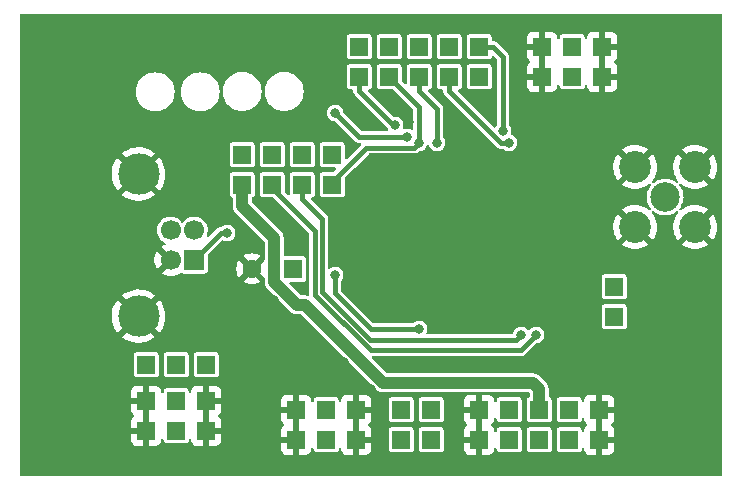
<source format=gbr>
%TF.GenerationSoftware,KiCad,Pcbnew,6.0.4-6f826c9f35~116~ubuntu20.04.1*%
%TF.CreationDate,2022-08-14T20:25:35+00:00*%
%TF.ProjectId,GPS02B,47505330-3242-42e6-9b69-6361645f7063,REV*%
%TF.SameCoordinates,Original*%
%TF.FileFunction,Copper,L1,Top*%
%TF.FilePolarity,Positive*%
%FSLAX46Y46*%
G04 Gerber Fmt 4.6, Leading zero omitted, Abs format (unit mm)*
G04 Created by KiCad (PCBNEW 6.0.4-6f826c9f35~116~ubuntu20.04.1) date 2022-08-14 20:25:35*
%MOMM*%
%LPD*%
G01*
G04 APERTURE LIST*
%TA.AperFunction,ComponentPad*%
%ADD10R,1.600000X1.600000*%
%TD*%
%TA.AperFunction,ComponentPad*%
%ADD11C,1.600000*%
%TD*%
%TA.AperFunction,ComponentPad*%
%ADD12R,1.524000X1.524000*%
%TD*%
%TA.AperFunction,ComponentPad*%
%ADD13R,1.700000X1.700000*%
%TD*%
%TA.AperFunction,ComponentPad*%
%ADD14C,1.700000*%
%TD*%
%TA.AperFunction,ComponentPad*%
%ADD15C,3.500000*%
%TD*%
%TA.AperFunction,ComponentPad*%
%ADD16C,2.500000*%
%TD*%
%TA.AperFunction,ComponentPad*%
%ADD17C,2.700000*%
%TD*%
%TA.AperFunction,ComponentPad*%
%ADD18C,6.000000*%
%TD*%
%TA.AperFunction,ViaPad*%
%ADD19C,0.800000*%
%TD*%
%TA.AperFunction,Conductor*%
%ADD20C,0.500000*%
%TD*%
%TA.AperFunction,Conductor*%
%ADD21C,0.400000*%
%TD*%
%TA.AperFunction,Conductor*%
%ADD22C,1.000000*%
%TD*%
G04 APERTURE END LIST*
D10*
%TO.P,C1,1*%
%TO.N,/VBACKUP*%
X23876000Y18288000D03*
D11*
%TO.P,C1,2*%
%TO.N,GND*%
X20376000Y18288000D03*
%TD*%
D12*
%TO.P,J1,1*%
%TO.N,GND*%
X11430000Y4572000D03*
%TO.P,J1,2*%
X11430000Y7112000D03*
%TO.P,J1,3*%
%TO.N,Net-(J1-Pad3)*%
X13970000Y4572000D03*
%TO.P,J1,4*%
X13970000Y7112000D03*
%TO.P,J1,5*%
%TO.N,GND*%
X16510000Y4572000D03*
%TO.P,J1,6*%
X16510000Y7112000D03*
%TD*%
D13*
%TO.P,J2,1,VBUS*%
%TO.N,/VBUS*%
X15494000Y19050000D03*
D14*
%TO.P,J2,2,D-*%
%TO.N,/D-*%
X15494000Y21550000D03*
%TO.P,J2,3,D+*%
%TO.N,/D+*%
X13494000Y21550000D03*
%TO.P,J2,4,GND*%
%TO.N,GND*%
X13494000Y19050000D03*
D15*
%TO.P,J2,5,Shield*%
X10784000Y14280000D03*
X10784000Y26320000D03*
%TD*%
D12*
%TO.P,J3,1*%
%TO.N,GND*%
X24130000Y3810000D03*
%TO.P,J3,2*%
X24130000Y6350000D03*
%TO.P,J3,3*%
%TO.N,Net-(D2-Pad1)*%
X26670000Y3810000D03*
%TO.P,J3,4*%
X26670000Y6350000D03*
%TO.P,J3,5*%
%TO.N,GND*%
X29210000Y3810000D03*
%TO.P,J3,6*%
X29210000Y6350000D03*
%TD*%
%TO.P,J4,1*%
%TO.N,/TXD{slash}MISO*%
X35560000Y6350000D03*
%TO.P,J4,2*%
X35560000Y3810000D03*
%TD*%
%TO.P,J5,1*%
%TO.N,/RXD{slash}MOSI*%
X33020000Y6350000D03*
%TO.P,J5,2*%
X33020000Y3810000D03*
%TD*%
%TO.P,J6,1*%
%TO.N,/SDA{slash}#CS*%
X47244000Y6350000D03*
%TO.P,J6,2*%
X47244000Y3810000D03*
%TD*%
%TO.P,J8,1*%
%TO.N,+3V3*%
X44704000Y6350000D03*
%TO.P,J8,2*%
X44704000Y3810000D03*
%TD*%
%TO.P,J9,1*%
%TO.N,GND*%
X49784000Y6350000D03*
%TO.P,J9,2*%
X49784000Y3810000D03*
%TD*%
%TO.P,J10,1*%
%TO.N,GND*%
X39624000Y6350000D03*
%TO.P,J10,2*%
X39624000Y3810000D03*
%TD*%
%TO.P,J11,1*%
%TO.N,/EXTINT*%
X34544000Y34544000D03*
%TO.P,J11,2*%
X34544000Y37084000D03*
%TD*%
%TO.P,J13,1*%
%TO.N,/#RESET*%
X37084000Y37084000D03*
%TO.P,J13,2*%
X37084000Y34544000D03*
%TD*%
%TO.P,J14,1*%
%TO.N,/LNEN*%
X51054000Y16764000D03*
%TO.P,J14,2*%
X51054000Y14224000D03*
%TD*%
%TO.P,J15,1*%
%TO.N,GND*%
X44958000Y34544000D03*
%TO.P,J15,2*%
X44958000Y37084000D03*
%TO.P,J15,3*%
%TO.N,+3V3*%
X47498000Y34544000D03*
%TO.P,J15,4*%
X47498000Y37084000D03*
%TO.P,J15,5*%
%TO.N,GND*%
X50038000Y34544000D03*
%TO.P,J15,6*%
X50038000Y37084000D03*
%TD*%
%TO.P,J16,1*%
%TO.N,Net-(J16-Pad1)*%
X32004000Y34544000D03*
%TO.P,J16,2*%
X32004000Y37084000D03*
%TD*%
D16*
%TO.P,J18,1*%
%TO.N,Net-(J18-Pad1)*%
X55372000Y24384000D03*
D17*
%TO.P,J18,2*%
%TO.N,GND*%
X57912000Y21844000D03*
X52832000Y26924000D03*
X52832000Y21844000D03*
X57912000Y26924000D03*
%TD*%
D12*
%TO.P,JP6,1,A*%
%TO.N,Net-(J16-Pad1)*%
X27178000Y25400000D03*
%TO.P,JP6,2,B*%
%TO.N,/TIMEPULSE*%
X27178000Y27940000D03*
%TD*%
%TO.P,JP7,1,A*%
%TO.N,Net-(JP7-Pad1)*%
X22098000Y25400000D03*
%TO.P,JP7,2,B*%
%TO.N,/RTK_STAT*%
X22098000Y27940000D03*
%TD*%
%TO.P,JP8,1,A*%
%TO.N,Net-(JP8-Pad1)*%
X24638000Y25400000D03*
%TO.P,JP8,2,B*%
%TO.N,/GEO_STAT*%
X24638000Y27940000D03*
%TD*%
D18*
%TO.P,M1,1*%
%TO.N,GND*%
X5080000Y5080000D03*
%TD*%
%TO.P,M2,1*%
%TO.N,GND*%
X55880000Y35560000D03*
%TD*%
%TO.P,M3,1*%
%TO.N,GND*%
X55880000Y5080000D03*
%TD*%
%TO.P,M4,1*%
%TO.N,GND*%
X5080000Y35560000D03*
%TD*%
D12*
%TO.P,JP1,1,A*%
%TO.N,/VBUS*%
X11430000Y10160000D03*
%TO.P,JP1,2,C*%
%TO.N,Net-(F1-Pad1)*%
X13970000Y10160000D03*
%TO.P,JP1,3,B*%
%TO.N,Net-(J1-Pad3)*%
X16510000Y10160000D03*
%TD*%
%TO.P,JP9,1,A*%
%TO.N,+3V3*%
X19558000Y25400000D03*
%TO.P,JP9,2,B*%
%TO.N,Net-(D3-Pad2)*%
X19558000Y27940000D03*
%TD*%
%TO.P,JP2,1,A*%
%TO.N,/VDD_USB*%
X39624000Y37084000D03*
%TO.P,JP2,2,B*%
%TO.N,+3V3*%
X39624000Y34544000D03*
%TD*%
%TO.P,J12,1*%
%TO.N,/#SAFEB*%
X29464000Y37084000D03*
%TO.P,J12,2*%
X29464000Y34544000D03*
%TD*%
%TO.P,J7,1*%
%TO.N,/SCL{slash}CLK*%
X42164000Y6350000D03*
%TO.P,J7,2*%
X42164000Y3810000D03*
%TD*%
D19*
%TO.N,GND*%
X7366000Y28702000D03*
X6350000Y28702000D03*
X21844000Y23368000D03*
X33655000Y30734000D03*
X43307000Y30353000D03*
X46609000Y12192000D03*
X30861000Y15240000D03*
X21971000Y12954000D03*
X7747000Y11049000D03*
X7747000Y9906000D03*
X8890000Y9906000D03*
X8890000Y11049000D03*
X34544000Y24892000D03*
X13208000Y28448000D03*
X52324000Y2032000D03*
X30480000Y1524000D03*
X12192000Y23368000D03*
X44704000Y23876000D03*
X33020000Y24892000D03*
X53340000Y16764000D03*
X40640000Y24892000D03*
X7112000Y15240000D03*
X56896000Y18288000D03*
X39116000Y21844000D03*
X49276000Y10668000D03*
X41148000Y17272000D03*
X11176000Y17780000D03*
X37592000Y24892000D03*
X18288000Y9144000D03*
X35052000Y1524000D03*
X28178182Y10398182D03*
X57912000Y16383000D03*
X53340000Y12192000D03*
X36576000Y1524000D03*
X37592000Y3048000D03*
X1524000Y26416000D03*
X39624000Y1524000D03*
X21336000Y38608000D03*
X45720000Y17272000D03*
X13208000Y24384000D03*
X45720000Y1524000D03*
X54991000Y14605000D03*
X44196000Y17272000D03*
X18288000Y17272000D03*
X48768000Y19812000D03*
X15748000Y26924000D03*
X1524000Y30480000D03*
X28448000Y1524000D03*
X32004000Y23876000D03*
X7112000Y22860000D03*
X27940000Y8128000D03*
X32004000Y22352000D03*
X29083000Y39243000D03*
X15748000Y25400000D03*
X50292000Y1524000D03*
X7112000Y24384000D03*
X37592000Y4572000D03*
X54991000Y18288000D03*
X33528000Y17272000D03*
X1524000Y10160000D03*
X47244000Y17272000D03*
X10160000Y18288000D03*
X1524000Y15240000D03*
X33528000Y1524000D03*
X36068000Y24892000D03*
X37592000Y6604000D03*
X38100000Y17272000D03*
X1524000Y25400000D03*
X8636000Y18288000D03*
X17272000Y26924000D03*
X50292000Y11684000D03*
X36703000Y39243000D03*
X32004000Y20828000D03*
X56388000Y10160000D03*
X53340000Y14732000D03*
X18288000Y11684000D03*
X58420000Y10160000D03*
X47244000Y22860000D03*
X32004000Y17780000D03*
X1524000Y29464000D03*
X41148000Y1524000D03*
X50292000Y19812000D03*
X8382000Y28702000D03*
X16764000Y2032000D03*
X10160000Y38608000D03*
X55880000Y29464000D03*
X30607000Y39243000D03*
X1524000Y17272000D03*
X7112000Y18288000D03*
X22246182Y15642182D03*
X11176000Y19304000D03*
X39116000Y23368000D03*
X33655000Y39243000D03*
X52324000Y3556000D03*
X43307000Y39370000D03*
X11176000Y29972000D03*
X36576000Y17272000D03*
X38481000Y39243000D03*
X1524000Y18288000D03*
X42672000Y17272000D03*
X26924000Y1524000D03*
X35052000Y17272000D03*
X43688000Y24892000D03*
X10160000Y22860000D03*
X54356000Y10160000D03*
X1524000Y19304000D03*
X1524000Y23368000D03*
X52324000Y10160000D03*
X35179000Y39243000D03*
X1524000Y13208000D03*
X51816000Y18796000D03*
X18796000Y3048000D03*
X17272000Y25400000D03*
X39116000Y20320000D03*
X50292000Y32004000D03*
X17780000Y38608000D03*
X53340000Y18288000D03*
X1524000Y16256000D03*
X32004000Y19304000D03*
X1524000Y31496000D03*
X48768000Y1524000D03*
X12192000Y2032000D03*
X49784000Y21336000D03*
X25400000Y1524000D03*
X52324000Y5080000D03*
X14224000Y38608000D03*
X14732000Y2032000D03*
X1524000Y12192000D03*
X14224000Y26924000D03*
X52324000Y6604000D03*
X39116000Y18796000D03*
X47752000Y28448000D03*
X42672000Y1524000D03*
X42164000Y24892000D03*
X1524000Y11176000D03*
X44196000Y1524000D03*
X54991000Y12192000D03*
X40259000Y39243000D03*
X50800000Y8636000D03*
X18796000Y2032000D03*
X23876000Y1524000D03*
X55880000Y30988000D03*
X30464182Y8112182D03*
X48260000Y11684000D03*
X54991000Y16510000D03*
X7112000Y25908000D03*
X59690000Y19685000D03*
X47752000Y26416000D03*
X1524000Y24384000D03*
X17780000Y18796000D03*
X10160000Y2032000D03*
X57912000Y13081000D03*
X1524000Y22352000D03*
X18288000Y23368000D03*
X1524000Y28448000D03*
X39624000Y17272000D03*
X58801000Y18796000D03*
X52324000Y8128000D03*
X48768000Y32004000D03*
X1524000Y20320000D03*
X39116000Y24892000D03*
X45720000Y22860000D03*
X1524000Y27432000D03*
X18796000Y4572000D03*
X1524000Y14224000D03*
X18796000Y6096000D03*
X38100000Y1524000D03*
X7112000Y16764000D03*
X49276000Y22860000D03*
X47244000Y1524000D03*
X1524000Y21336000D03*
X52324000Y32004000D03*
X32004000Y39243000D03*
X32004000Y1524000D03*
X11176000Y20828000D03*
X8636000Y22860000D03*
X14224000Y25400000D03*
X48260000Y18288000D03*
%TO.N,/VBACKUP*%
X27432000Y17780000D03*
X34544000Y13208000D03*
%TO.N,+3V3*%
X32004000Y8636000D03*
X24892000Y15240000D03*
%TO.N,/VBUS*%
X18288000Y21336000D03*
%TO.N,Net-(JP7-Pad1)*%
X44450000Y12700000D03*
%TO.N,Net-(JP8-Pad1)*%
X43180000Y12700000D03*
%TO.N,Net-(J16-Pad1)*%
X34544000Y28956000D03*
%TO.N,/EXTINT*%
X36068000Y28956000D03*
%TO.N,/#SAFEB*%
X32512000Y30480000D03*
%TO.N,/#RESET*%
X42164000Y28956000D03*
%TO.N,/VDD_USB*%
X41656000Y29972000D03*
%TO.N,/D_SEL*%
X27432000Y31496000D03*
X33528000Y29464000D03*
%TD*%
D20*
%TO.N,GND*%
X16764000Y2032000D02*
X14732000Y2032000D01*
X47244000Y17272000D02*
X48260000Y18288000D01*
X43688000Y24892000D02*
X42164000Y24892000D01*
X49784000Y20320000D02*
X50292000Y19812000D01*
X52324000Y11176000D02*
X52324000Y10160000D01*
X12192000Y2032000D02*
X10160000Y2032000D01*
X18796000Y4572000D02*
X18796000Y6096000D01*
X51816000Y11684000D02*
X52324000Y11176000D01*
X15748000Y26924000D02*
X14224000Y26924000D01*
X41148000Y1524000D02*
X42672000Y1524000D01*
X35052000Y17272000D02*
X36576000Y17272000D01*
X52324000Y2032000D02*
X52324000Y3556000D01*
X22246182Y15642182D02*
X22246182Y15272180D01*
X44196000Y1524000D02*
X45720000Y1524000D01*
X18288000Y18288000D02*
X17780000Y18796000D01*
X32004000Y23876000D02*
X32004000Y22352000D01*
X39116000Y24892000D02*
X39116000Y23368000D01*
X52324000Y11176000D02*
X53340000Y12192000D01*
X18288000Y17272000D02*
X18288000Y18288000D01*
X41148000Y17272000D02*
X42672000Y17272000D01*
X49276000Y10668000D02*
X48260000Y11684000D01*
X54356000Y10160000D02*
X56388000Y10160000D01*
X18796000Y3048000D02*
X18796000Y2032000D01*
X48768000Y1524000D02*
X50292000Y1524000D01*
X44704000Y23876000D02*
X45720000Y22860000D01*
X30448364Y8128000D02*
X30464182Y8112182D01*
X51308000Y8128000D02*
X50800000Y8636000D01*
X34544000Y24892000D02*
X33020000Y24892000D01*
X36576000Y1524000D02*
X38100000Y1524000D01*
X10784000Y26320000D02*
X10764000Y26320000D01*
X50292000Y11684000D02*
X51816000Y11684000D01*
X52324000Y8128000D02*
X51308000Y8128000D01*
X50038000Y34544000D02*
X50038000Y32258000D01*
X33528000Y1524000D02*
X35052000Y1524000D01*
X44196000Y17272000D02*
X45720000Y17272000D01*
X52324000Y5080000D02*
X52324000Y6604000D01*
X14224000Y25400000D02*
X15748000Y25400000D01*
X22246182Y15272180D02*
X21706002Y14732000D01*
X39116000Y21844000D02*
X39116000Y20320000D01*
X33020000Y17780000D02*
X33528000Y17272000D01*
X38100000Y17272000D02*
X39624000Y17272000D01*
X12700000Y28448000D02*
X11176000Y29972000D01*
X47244000Y1524000D02*
X48768000Y1524000D01*
X49784000Y21336000D02*
X49784000Y20320000D01*
X40640000Y24892000D02*
X39116000Y24892000D01*
X30480000Y1524000D02*
X32004000Y1524000D01*
X37592000Y3048000D02*
X37592000Y4572000D01*
X32004000Y17780000D02*
X33020000Y17780000D01*
X13208000Y28448000D02*
X12700000Y28448000D01*
X32004000Y20828000D02*
X32004000Y19304000D01*
X18288000Y9144000D02*
X18288000Y11684000D01*
X47244000Y22860000D02*
X49276000Y22860000D01*
X39624000Y1524000D02*
X41148000Y1524000D01*
X58420000Y10160000D02*
X58420000Y10668000D01*
X37592000Y24892000D02*
X36068000Y24892000D01*
X27940000Y8128000D02*
X30448364Y8128000D01*
X21336000Y38608000D02*
X17780000Y38608000D01*
X55880000Y30988000D02*
X55880000Y29464000D01*
X47752000Y28448000D02*
X47752000Y26416000D01*
X17272000Y25400000D02*
X17272000Y26924000D01*
X10764000Y26320000D02*
X8382000Y28702000D01*
X17780000Y38608000D02*
X14224000Y38608000D01*
X53340000Y14732000D02*
X53340000Y16764000D01*
X50038000Y32258000D02*
X50292000Y32004000D01*
X12192000Y23368000D02*
X13208000Y24384000D01*
X50292000Y32004000D02*
X52324000Y32004000D01*
X23876000Y1524000D02*
X25400000Y1524000D01*
X26924000Y1524000D02*
X28448000Y1524000D01*
D21*
%TO.N,/VBACKUP*%
X27432000Y16256000D02*
X27432000Y17780000D01*
X34544000Y13208000D02*
X30480000Y13208000D01*
X30480000Y13208000D02*
X27432000Y16256000D01*
D22*
%TO.N,+3V3*%
X32004000Y8636000D02*
X31496000Y8636000D01*
X19558000Y25400000D02*
X19558000Y23638000D01*
X44704000Y8112000D02*
X44180000Y8636000D01*
X19558000Y23638000D02*
X22262000Y20934000D01*
X24892000Y15240000D02*
X24204000Y15240000D01*
X24204000Y15240000D02*
X22262000Y17182000D01*
X44180000Y8636000D02*
X32004000Y8636000D01*
X31496000Y8636000D02*
X24892000Y15240000D01*
X22262000Y20934000D02*
X22262000Y17182000D01*
X44704000Y6350000D02*
X44704000Y8112000D01*
D21*
%TO.N,/VBUS*%
X18288000Y21336000D02*
X17780000Y21336000D01*
X17780000Y21336000D02*
X15494000Y19050000D01*
X16256000Y19812000D02*
X15494000Y19050000D01*
%TO.N,Net-(JP7-Pad1)*%
X25729448Y21514552D02*
X25729449Y16094009D01*
X22098000Y25400000D02*
X22098000Y25146000D01*
X30431462Y11391996D02*
X43141996Y11391996D01*
X22098000Y25146000D02*
X25729448Y21514552D01*
X25729449Y16094009D02*
X30431462Y11391996D01*
X43141996Y11391996D02*
X44450000Y12700000D01*
%TO.N,Net-(JP8-Pad1)*%
X26329458Y22546542D02*
X24638000Y24238000D01*
X42729693Y12249693D02*
X30422307Y12249693D01*
X26329458Y16342542D02*
X26329458Y22546542D01*
X43180000Y12700000D02*
X42729693Y12249693D01*
X24638000Y24238000D02*
X24638000Y25400000D01*
X30422307Y12249693D02*
X26329458Y16342542D01*
%TO.N,Net-(J16-Pad1)*%
X27178000Y25654000D02*
X30080001Y28556001D01*
X27178000Y25400000D02*
X27178000Y25654000D01*
X32004000Y34544000D02*
X34544000Y32004000D01*
X34144001Y28556001D02*
X34544000Y28956000D01*
X34544000Y32004000D02*
X34544000Y28956000D01*
X30080001Y28556001D02*
X34144001Y28556001D01*
%TO.N,/EXTINT*%
X36068000Y31858000D02*
X36068000Y29521685D01*
X34544000Y33382000D02*
X36068000Y31858000D01*
X36068000Y29521685D02*
X36068000Y28956000D01*
X34544000Y34544000D02*
X34544000Y33382000D01*
%TO.N,/#SAFEB*%
X32366000Y30480000D02*
X32512000Y30480000D01*
X29464000Y33382000D02*
X32366000Y30480000D01*
X29464000Y34544000D02*
X29464000Y33382000D01*
%TO.N,/#RESET*%
X37084000Y34544000D02*
X37084000Y33359998D01*
X41487998Y28956000D02*
X42164000Y28956000D01*
X37084000Y33359998D02*
X41487998Y28956000D01*
%TO.N,/VDD_USB*%
X41656000Y36214000D02*
X40786000Y37084000D01*
X40786000Y37084000D02*
X39624000Y37084000D01*
X41656000Y29972000D02*
X41656000Y36214000D01*
%TO.N,/D_SEL*%
X31496000Y29464000D02*
X32004000Y29464000D01*
X29464000Y29464000D02*
X27432000Y31496000D01*
X32004000Y29464000D02*
X29464000Y29464000D01*
X32004000Y29464000D02*
X33528000Y29464000D01*
%TD*%
%TA.AperFunction,Conductor*%
%TO.N,GND*%
G36*
X60165191Y39867093D02*
G01*
X60201155Y39817593D01*
X60206000Y39787000D01*
X60206000Y853000D01*
X60187093Y794809D01*
X60137593Y758845D01*
X60107000Y754000D01*
X853000Y754000D01*
X794809Y772907D01*
X758845Y822407D01*
X754000Y853000D01*
X754000Y4309757D01*
X10155000Y4309757D01*
X10155000Y3811764D01*
X10155126Y3808244D01*
X10159843Y3742285D01*
X10161717Y3731900D01*
X10199364Y3603686D01*
X10205187Y3590935D01*
X10276472Y3480013D01*
X10285651Y3469419D01*
X10385299Y3383074D01*
X10397090Y3375496D01*
X10517029Y3320722D01*
X10530484Y3316772D01*
X10664491Y3297505D01*
X10671543Y3297000D01*
X11160320Y3297000D01*
X11173005Y3301122D01*
X11176000Y3305243D01*
X11176000Y4302320D01*
X11171878Y4315005D01*
X11167757Y4318000D01*
X10170680Y4318000D01*
X10157995Y4313878D01*
X10155000Y4309757D01*
X754000Y4309757D01*
X754000Y6849757D01*
X10155000Y6849757D01*
X10155000Y6351764D01*
X10155126Y6348244D01*
X10159843Y6282285D01*
X10161717Y6271900D01*
X10199364Y6143686D01*
X10205187Y6130935D01*
X10276472Y6020013D01*
X10285651Y6009419D01*
X10385305Y5923069D01*
X10385766Y5922773D01*
X10386055Y5922419D01*
X10390651Y5918437D01*
X10389961Y5917641D01*
X10424492Y5875403D01*
X10427979Y5814317D01*
X10394894Y5762848D01*
X10385757Y5756211D01*
X10338013Y5725528D01*
X10327419Y5716349D01*
X10241074Y5616701D01*
X10233496Y5604910D01*
X10178722Y5484971D01*
X10174772Y5471516D01*
X10155505Y5337509D01*
X10155000Y5330457D01*
X10155000Y4841680D01*
X10159122Y4828995D01*
X10163243Y4826000D01*
X11160320Y4826000D01*
X11173005Y4830122D01*
X11176000Y4834243D01*
X11176000Y6842320D01*
X11171878Y6855005D01*
X11167757Y6858000D01*
X10170680Y6858000D01*
X10157995Y6853878D01*
X10155000Y6849757D01*
X754000Y6849757D01*
X754000Y7870457D01*
X10155000Y7870457D01*
X10155000Y7381680D01*
X10159122Y7368995D01*
X10163243Y7366000D01*
X11160320Y7366000D01*
X11173005Y7370122D01*
X11176000Y7374243D01*
X11176000Y8371320D01*
X11173583Y8378757D01*
X11684000Y8378757D01*
X11684000Y3312680D01*
X11688122Y3299995D01*
X11692243Y3297000D01*
X12190236Y3297000D01*
X12193756Y3297126D01*
X12259715Y3301843D01*
X12270100Y3303717D01*
X12398314Y3341364D01*
X12411065Y3347187D01*
X12521987Y3418472D01*
X12532581Y3427651D01*
X12618926Y3527299D01*
X12626504Y3539090D01*
X12681278Y3659029D01*
X12685228Y3672484D01*
X12704496Y3806493D01*
X12704884Y3811922D01*
X12727894Y3868616D01*
X12779834Y3900957D01*
X12840863Y3896592D01*
X12887672Y3857189D01*
X12902526Y3809433D01*
X12903803Y3781812D01*
X12934528Y3673827D01*
X13002186Y3584233D01*
X13097641Y3525130D01*
X13145314Y3516218D01*
X13203493Y3505342D01*
X13203498Y3505341D01*
X13208000Y3504500D01*
X14732000Y3504500D01*
X14760188Y3505803D01*
X14835737Y3527299D01*
X14859352Y3534018D01*
X14859353Y3534018D01*
X14868173Y3536528D01*
X14957767Y3604186D01*
X15016870Y3699641D01*
X15033300Y3787531D01*
X15036658Y3805493D01*
X15036659Y3805498D01*
X15037500Y3810000D01*
X15037500Y3814582D01*
X15037561Y3815241D01*
X15061758Y3871439D01*
X15114366Y3902681D01*
X15175290Y3897034D01*
X15221260Y3856656D01*
X15234969Y3809998D01*
X15235000Y3810000D01*
X15235010Y3809858D01*
X15235076Y3809634D01*
X15235126Y3808245D01*
X15239843Y3742285D01*
X15241717Y3731900D01*
X15279364Y3603686D01*
X15285187Y3590935D01*
X15356472Y3480013D01*
X15365651Y3469419D01*
X15465299Y3383074D01*
X15477090Y3375496D01*
X15597029Y3320722D01*
X15610484Y3316772D01*
X15744491Y3297505D01*
X15751543Y3297000D01*
X16240320Y3297000D01*
X16253005Y3301122D01*
X16256000Y3305243D01*
X16256000Y4309757D01*
X16764000Y4309757D01*
X16764000Y3312680D01*
X16768122Y3299995D01*
X16772243Y3297000D01*
X17270236Y3297000D01*
X17273756Y3297126D01*
X17339715Y3301843D01*
X17350100Y3303717D01*
X17478314Y3341364D01*
X17491065Y3347187D01*
X17601987Y3418472D01*
X17612581Y3427651D01*
X17698926Y3527299D01*
X17706504Y3539090D01*
X17710462Y3547757D01*
X22855000Y3547757D01*
X22855000Y3049764D01*
X22855126Y3046244D01*
X22859843Y2980285D01*
X22861717Y2969900D01*
X22899364Y2841686D01*
X22905187Y2828935D01*
X22976472Y2718013D01*
X22985651Y2707419D01*
X23085299Y2621074D01*
X23097090Y2613496D01*
X23217029Y2558722D01*
X23230484Y2554772D01*
X23364491Y2535505D01*
X23371543Y2535000D01*
X23860320Y2535000D01*
X23873005Y2539122D01*
X23876000Y2543243D01*
X23876000Y3540320D01*
X23871878Y3553005D01*
X23867757Y3556000D01*
X22870680Y3556000D01*
X22857995Y3551878D01*
X22855000Y3547757D01*
X17710462Y3547757D01*
X17761278Y3659029D01*
X17765228Y3672484D01*
X17784495Y3806491D01*
X17785000Y3813543D01*
X17785000Y4302320D01*
X17780878Y4315005D01*
X17776757Y4318000D01*
X16779680Y4318000D01*
X16766995Y4313878D01*
X16764000Y4309757D01*
X16256000Y4309757D01*
X16256000Y6849757D01*
X16764000Y6849757D01*
X16764000Y4841680D01*
X16768122Y4828995D01*
X16772243Y4826000D01*
X17769320Y4826000D01*
X17782005Y4830122D01*
X17785000Y4834243D01*
X17785000Y5332236D01*
X17784874Y5335756D01*
X17780157Y5401715D01*
X17778283Y5412100D01*
X17740636Y5540314D01*
X17734813Y5553065D01*
X17663528Y5663987D01*
X17654349Y5674581D01*
X17554695Y5760931D01*
X17554234Y5761227D01*
X17553945Y5761581D01*
X17549349Y5765563D01*
X17550039Y5766359D01*
X17515508Y5808597D01*
X17512021Y5869683D01*
X17545106Y5921152D01*
X17554243Y5927789D01*
X17601987Y5958472D01*
X17612581Y5967651D01*
X17698926Y6067299D01*
X17706504Y6079090D01*
X17710462Y6087757D01*
X22855000Y6087757D01*
X22855000Y5589764D01*
X22855126Y5586244D01*
X22859843Y5520285D01*
X22861717Y5509900D01*
X22899364Y5381686D01*
X22905187Y5368935D01*
X22976472Y5258013D01*
X22985651Y5247419D01*
X23085305Y5161069D01*
X23085766Y5160773D01*
X23086055Y5160419D01*
X23090651Y5156437D01*
X23089961Y5155641D01*
X23124492Y5113403D01*
X23127979Y5052317D01*
X23094894Y5000848D01*
X23085757Y4994211D01*
X23038013Y4963528D01*
X23027419Y4954349D01*
X22941074Y4854701D01*
X22933496Y4842910D01*
X22878722Y4722971D01*
X22874772Y4709516D01*
X22855505Y4575509D01*
X22855000Y4568457D01*
X22855000Y4079680D01*
X22859122Y4066995D01*
X22863243Y4064000D01*
X23860320Y4064000D01*
X23873005Y4068122D01*
X23876000Y4072243D01*
X23876000Y6080320D01*
X23871878Y6093005D01*
X23867757Y6096000D01*
X22870680Y6096000D01*
X22857995Y6091878D01*
X22855000Y6087757D01*
X17710462Y6087757D01*
X17761278Y6199029D01*
X17765228Y6212484D01*
X17784495Y6346491D01*
X17785000Y6353543D01*
X17785000Y6842320D01*
X17780878Y6855005D01*
X17776757Y6858000D01*
X16779680Y6858000D01*
X16766995Y6853878D01*
X16764000Y6849757D01*
X16256000Y6849757D01*
X16256000Y7108457D01*
X22855000Y7108457D01*
X22855000Y6619680D01*
X22859122Y6606995D01*
X22863243Y6604000D01*
X23860320Y6604000D01*
X23873005Y6608122D01*
X23876000Y6612243D01*
X23876000Y7609320D01*
X23873583Y7616757D01*
X24384000Y7616757D01*
X24384000Y2550680D01*
X24388122Y2537995D01*
X24392243Y2535000D01*
X24890236Y2535000D01*
X24893756Y2535126D01*
X24959715Y2539843D01*
X24970100Y2541717D01*
X25098314Y2579364D01*
X25111065Y2585187D01*
X25221987Y2656472D01*
X25232581Y2665651D01*
X25318926Y2765299D01*
X25326504Y2777090D01*
X25381278Y2897029D01*
X25385228Y2910484D01*
X25404496Y3044493D01*
X25404884Y3049922D01*
X25427894Y3106616D01*
X25479834Y3138957D01*
X25540863Y3134592D01*
X25587672Y3095189D01*
X25602526Y3047433D01*
X25602581Y3046245D01*
X25603803Y3019812D01*
X25634528Y2911827D01*
X25702186Y2822233D01*
X25797641Y2763130D01*
X25845314Y2754218D01*
X25903493Y2743342D01*
X25903498Y2743341D01*
X25908000Y2742500D01*
X27432000Y2742500D01*
X27460188Y2743803D01*
X27535737Y2765299D01*
X27559352Y2772018D01*
X27559353Y2772018D01*
X27568173Y2774528D01*
X27657767Y2842186D01*
X27716870Y2937641D01*
X27733300Y3025531D01*
X27736658Y3043493D01*
X27736659Y3043498D01*
X27737500Y3048000D01*
X27737500Y3052583D01*
X27737561Y3053241D01*
X27761758Y3109439D01*
X27814366Y3140681D01*
X27875290Y3135034D01*
X27921260Y3094656D01*
X27934969Y3047998D01*
X27935000Y3048000D01*
X27935010Y3047858D01*
X27935076Y3047634D01*
X27935126Y3046245D01*
X27939843Y2980285D01*
X27941717Y2969900D01*
X27979364Y2841686D01*
X27985187Y2828935D01*
X28056472Y2718013D01*
X28065651Y2707419D01*
X28165299Y2621074D01*
X28177090Y2613496D01*
X28297029Y2558722D01*
X28310484Y2554772D01*
X28444491Y2535505D01*
X28451543Y2535000D01*
X28940320Y2535000D01*
X28953005Y2539122D01*
X28956000Y2543243D01*
X28956000Y3547757D01*
X29464000Y3547757D01*
X29464000Y2550680D01*
X29468122Y2537995D01*
X29472243Y2535000D01*
X29970236Y2535000D01*
X29973756Y2535126D01*
X30039715Y2539843D01*
X30050100Y2541717D01*
X30178314Y2579364D01*
X30191065Y2585187D01*
X30301987Y2656472D01*
X30312581Y2665651D01*
X30398926Y2765299D01*
X30406504Y2777090D01*
X30461278Y2897029D01*
X30465228Y2910484D01*
X30484495Y3044491D01*
X30485000Y3051543D01*
X30485000Y3540320D01*
X30480878Y3553005D01*
X30476757Y3556000D01*
X29479680Y3556000D01*
X29466995Y3551878D01*
X29464000Y3547757D01*
X28956000Y3547757D01*
X28956000Y6087757D01*
X29464000Y6087757D01*
X29464000Y4079680D01*
X29468122Y4066995D01*
X29472243Y4064000D01*
X30469320Y4064000D01*
X30482005Y4068122D01*
X30485000Y4072243D01*
X30485000Y4570236D01*
X30484937Y4572000D01*
X31952500Y4572000D01*
X31952500Y3048000D01*
X31953803Y3019812D01*
X31984528Y2911827D01*
X32052186Y2822233D01*
X32147641Y2763130D01*
X32195314Y2754218D01*
X32253493Y2743342D01*
X32253498Y2743341D01*
X32258000Y2742500D01*
X33782000Y2742500D01*
X33810188Y2743803D01*
X33885737Y2765299D01*
X33909352Y2772018D01*
X33909353Y2772018D01*
X33918173Y2774528D01*
X34007767Y2842186D01*
X34066870Y2937641D01*
X34083300Y3025531D01*
X34086658Y3043493D01*
X34086659Y3043498D01*
X34087500Y3048000D01*
X34087500Y4572000D01*
X34492500Y4572000D01*
X34492500Y3048000D01*
X34493803Y3019812D01*
X34524528Y2911827D01*
X34592186Y2822233D01*
X34687641Y2763130D01*
X34735314Y2754218D01*
X34793493Y2743342D01*
X34793498Y2743341D01*
X34798000Y2742500D01*
X36322000Y2742500D01*
X36350188Y2743803D01*
X36425737Y2765299D01*
X36449352Y2772018D01*
X36449353Y2772018D01*
X36458173Y2774528D01*
X36547767Y2842186D01*
X36606870Y2937641D01*
X36623300Y3025531D01*
X36626658Y3043493D01*
X36626659Y3043498D01*
X36627500Y3048000D01*
X36627500Y3547757D01*
X38349000Y3547757D01*
X38349000Y3049764D01*
X38349126Y3046244D01*
X38353843Y2980285D01*
X38355717Y2969900D01*
X38393364Y2841686D01*
X38399187Y2828935D01*
X38470472Y2718013D01*
X38479651Y2707419D01*
X38579299Y2621074D01*
X38591090Y2613496D01*
X38711029Y2558722D01*
X38724484Y2554772D01*
X38858491Y2535505D01*
X38865543Y2535000D01*
X39354320Y2535000D01*
X39367005Y2539122D01*
X39370000Y2543243D01*
X39370000Y3540320D01*
X39365878Y3553005D01*
X39361757Y3556000D01*
X38364680Y3556000D01*
X38351995Y3551878D01*
X38349000Y3547757D01*
X36627500Y3547757D01*
X36627500Y4572000D01*
X36626197Y4600188D01*
X36595472Y4708173D01*
X36527814Y4797767D01*
X36432359Y4856870D01*
X36384686Y4865782D01*
X36326507Y4876658D01*
X36326502Y4876659D01*
X36322000Y4877500D01*
X34798000Y4877500D01*
X34769812Y4876197D01*
X34708874Y4858858D01*
X34670648Y4847982D01*
X34670647Y4847982D01*
X34661827Y4845472D01*
X34572233Y4777814D01*
X34513130Y4682359D01*
X34511444Y4673338D01*
X34493342Y4576507D01*
X34493341Y4576502D01*
X34492500Y4572000D01*
X34087500Y4572000D01*
X34086197Y4600188D01*
X34055472Y4708173D01*
X33987814Y4797767D01*
X33892359Y4856870D01*
X33844686Y4865782D01*
X33786507Y4876658D01*
X33786502Y4876659D01*
X33782000Y4877500D01*
X32258000Y4877500D01*
X32229812Y4876197D01*
X32168874Y4858858D01*
X32130648Y4847982D01*
X32130647Y4847982D01*
X32121827Y4845472D01*
X32032233Y4777814D01*
X31973130Y4682359D01*
X31971444Y4673338D01*
X31953342Y4576507D01*
X31953341Y4576502D01*
X31952500Y4572000D01*
X30484937Y4572000D01*
X30484874Y4573756D01*
X30480157Y4639715D01*
X30478283Y4650100D01*
X30440636Y4778314D01*
X30434813Y4791065D01*
X30363528Y4901987D01*
X30354349Y4912581D01*
X30254695Y4998931D01*
X30254234Y4999227D01*
X30253945Y4999581D01*
X30249349Y5003563D01*
X30250039Y5004359D01*
X30215508Y5046597D01*
X30212021Y5107683D01*
X30245106Y5159152D01*
X30254243Y5165789D01*
X30301987Y5196472D01*
X30312581Y5205651D01*
X30398926Y5305299D01*
X30406504Y5317090D01*
X30461278Y5437029D01*
X30465228Y5450484D01*
X30484495Y5584491D01*
X30485000Y5591543D01*
X30485000Y6080320D01*
X30480878Y6093005D01*
X30476757Y6096000D01*
X29479680Y6096000D01*
X29466995Y6091878D01*
X29464000Y6087757D01*
X28956000Y6087757D01*
X28956000Y7609320D01*
X28953583Y7616757D01*
X29464000Y7616757D01*
X29464000Y6619680D01*
X29468122Y6606995D01*
X29472243Y6604000D01*
X30469320Y6604000D01*
X30482005Y6608122D01*
X30485000Y6612243D01*
X30485000Y7110236D01*
X30484937Y7112000D01*
X31952500Y7112000D01*
X31952500Y5588000D01*
X31953803Y5559812D01*
X31971142Y5498874D01*
X31975098Y5484971D01*
X31984528Y5451827D01*
X32052186Y5362233D01*
X32147641Y5303130D01*
X32195314Y5294218D01*
X32253493Y5283342D01*
X32253498Y5283341D01*
X32258000Y5282500D01*
X33782000Y5282500D01*
X33810188Y5283803D01*
X33885737Y5305299D01*
X33909352Y5312018D01*
X33909353Y5312018D01*
X33918173Y5314528D01*
X33983401Y5363786D01*
X34000447Y5376658D01*
X34000448Y5376659D01*
X34007767Y5382186D01*
X34066870Y5477641D01*
X34080854Y5552447D01*
X34086658Y5583493D01*
X34086659Y5583498D01*
X34087500Y5588000D01*
X34087500Y7112000D01*
X34492500Y7112000D01*
X34492500Y5588000D01*
X34493803Y5559812D01*
X34511142Y5498874D01*
X34515098Y5484971D01*
X34524528Y5451827D01*
X34592186Y5362233D01*
X34687641Y5303130D01*
X34735314Y5294218D01*
X34793493Y5283342D01*
X34793498Y5283341D01*
X34798000Y5282500D01*
X36322000Y5282500D01*
X36350188Y5283803D01*
X36425737Y5305299D01*
X36449352Y5312018D01*
X36449353Y5312018D01*
X36458173Y5314528D01*
X36523401Y5363786D01*
X36540447Y5376658D01*
X36540448Y5376659D01*
X36547767Y5382186D01*
X36606870Y5477641D01*
X36620854Y5552447D01*
X36626658Y5583493D01*
X36626659Y5583498D01*
X36627500Y5588000D01*
X36627500Y6087757D01*
X38349000Y6087757D01*
X38349000Y5589764D01*
X38349126Y5586244D01*
X38353843Y5520285D01*
X38355717Y5509900D01*
X38393364Y5381686D01*
X38399187Y5368935D01*
X38470472Y5258013D01*
X38479651Y5247419D01*
X38579305Y5161069D01*
X38579766Y5160773D01*
X38580055Y5160419D01*
X38584651Y5156437D01*
X38583961Y5155641D01*
X38618492Y5113403D01*
X38621979Y5052317D01*
X38588894Y5000848D01*
X38579757Y4994211D01*
X38532013Y4963528D01*
X38521419Y4954349D01*
X38435074Y4854701D01*
X38427496Y4842910D01*
X38372722Y4722971D01*
X38368772Y4709516D01*
X38349505Y4575509D01*
X38349000Y4568457D01*
X38349000Y4079680D01*
X38353122Y4066995D01*
X38357243Y4064000D01*
X39354320Y4064000D01*
X39367005Y4068122D01*
X39370000Y4072243D01*
X39370000Y6080320D01*
X39365878Y6093005D01*
X39361757Y6096000D01*
X38364680Y6096000D01*
X38351995Y6091878D01*
X38349000Y6087757D01*
X36627500Y6087757D01*
X36627500Y7108457D01*
X38349000Y7108457D01*
X38349000Y6619680D01*
X38353122Y6606995D01*
X38357243Y6604000D01*
X39354320Y6604000D01*
X39367005Y6608122D01*
X39370000Y6612243D01*
X39370000Y7609320D01*
X39367583Y7616757D01*
X39878000Y7616757D01*
X39878000Y2550680D01*
X39882122Y2537995D01*
X39886243Y2535000D01*
X40384236Y2535000D01*
X40387756Y2535126D01*
X40453715Y2539843D01*
X40464100Y2541717D01*
X40592314Y2579364D01*
X40605065Y2585187D01*
X40715987Y2656472D01*
X40726581Y2665651D01*
X40812926Y2765299D01*
X40820504Y2777090D01*
X40875278Y2897029D01*
X40879228Y2910484D01*
X40898496Y3044493D01*
X40898884Y3049922D01*
X40921894Y3106616D01*
X40973834Y3138957D01*
X41034863Y3134592D01*
X41081672Y3095189D01*
X41096526Y3047433D01*
X41096581Y3046245D01*
X41097803Y3019812D01*
X41128528Y2911827D01*
X41196186Y2822233D01*
X41291641Y2763130D01*
X41339314Y2754218D01*
X41397493Y2743342D01*
X41397498Y2743341D01*
X41402000Y2742500D01*
X42926000Y2742500D01*
X42954188Y2743803D01*
X43029737Y2765299D01*
X43053352Y2772018D01*
X43053353Y2772018D01*
X43062173Y2774528D01*
X43151767Y2842186D01*
X43210870Y2937641D01*
X43227300Y3025531D01*
X43230658Y3043493D01*
X43230659Y3043498D01*
X43231500Y3048000D01*
X43231500Y4572000D01*
X43636500Y4572000D01*
X43636500Y3048000D01*
X43637803Y3019812D01*
X43668528Y2911827D01*
X43736186Y2822233D01*
X43831641Y2763130D01*
X43879314Y2754218D01*
X43937493Y2743342D01*
X43937498Y2743341D01*
X43942000Y2742500D01*
X45466000Y2742500D01*
X45494188Y2743803D01*
X45569737Y2765299D01*
X45593352Y2772018D01*
X45593353Y2772018D01*
X45602173Y2774528D01*
X45691767Y2842186D01*
X45750870Y2937641D01*
X45767300Y3025531D01*
X45770658Y3043493D01*
X45770659Y3043498D01*
X45771500Y3048000D01*
X45771500Y4572000D01*
X45770197Y4600188D01*
X45739472Y4708173D01*
X45671814Y4797767D01*
X45576359Y4856870D01*
X45528686Y4865782D01*
X45470507Y4876658D01*
X45470502Y4876659D01*
X45466000Y4877500D01*
X43942000Y4877500D01*
X43913812Y4876197D01*
X43852874Y4858858D01*
X43814648Y4847982D01*
X43814647Y4847982D01*
X43805827Y4845472D01*
X43716233Y4777814D01*
X43657130Y4682359D01*
X43655444Y4673338D01*
X43637342Y4576507D01*
X43637341Y4576502D01*
X43636500Y4572000D01*
X43231500Y4572000D01*
X43230197Y4600188D01*
X43199472Y4708173D01*
X43131814Y4797767D01*
X43036359Y4856870D01*
X42988686Y4865782D01*
X42930507Y4876658D01*
X42930502Y4876659D01*
X42926000Y4877500D01*
X41402000Y4877500D01*
X41373812Y4876197D01*
X41312874Y4858858D01*
X41274648Y4847982D01*
X41274647Y4847982D01*
X41265827Y4845472D01*
X41176233Y4777814D01*
X41117130Y4682359D01*
X41115444Y4673338D01*
X41097342Y4576507D01*
X41097341Y4576502D01*
X41096500Y4572000D01*
X41096500Y4567418D01*
X41096439Y4566759D01*
X41072242Y4510561D01*
X41019634Y4479319D01*
X40958710Y4484966D01*
X40912740Y4525344D01*
X40899031Y4572002D01*
X40899000Y4572000D01*
X40898990Y4572142D01*
X40898924Y4572366D01*
X40898874Y4573755D01*
X40894157Y4639715D01*
X40892283Y4650100D01*
X40854636Y4778314D01*
X40848813Y4791065D01*
X40777528Y4901987D01*
X40768349Y4912581D01*
X40668695Y4998931D01*
X40668234Y4999227D01*
X40667945Y4999581D01*
X40663349Y5003563D01*
X40664039Y5004359D01*
X40629508Y5046597D01*
X40626021Y5107683D01*
X40659106Y5159152D01*
X40668243Y5165789D01*
X40715987Y5196472D01*
X40726581Y5205651D01*
X40812926Y5305299D01*
X40820504Y5317090D01*
X40875278Y5437029D01*
X40879228Y5450484D01*
X40898496Y5584493D01*
X40898884Y5589922D01*
X40921894Y5646616D01*
X40973834Y5678957D01*
X41034863Y5674592D01*
X41081672Y5635189D01*
X41096526Y5587433D01*
X41096581Y5586245D01*
X41097803Y5559812D01*
X41115142Y5498874D01*
X41119098Y5484971D01*
X41128528Y5451827D01*
X41196186Y5362233D01*
X41291641Y5303130D01*
X41339314Y5294218D01*
X41397493Y5283342D01*
X41397498Y5283341D01*
X41402000Y5282500D01*
X42926000Y5282500D01*
X42954188Y5283803D01*
X43029737Y5305299D01*
X43053352Y5312018D01*
X43053353Y5312018D01*
X43062173Y5314528D01*
X43127401Y5363786D01*
X43144447Y5376658D01*
X43144448Y5376659D01*
X43151767Y5382186D01*
X43210870Y5477641D01*
X43224854Y5552447D01*
X43230658Y5583493D01*
X43230659Y5583498D01*
X43231500Y5588000D01*
X43231500Y7112000D01*
X43230197Y7140188D01*
X43199472Y7248173D01*
X43131814Y7337767D01*
X43036359Y7396870D01*
X42988686Y7405782D01*
X42930507Y7416658D01*
X42930502Y7416659D01*
X42926000Y7417500D01*
X41402000Y7417500D01*
X41373812Y7416197D01*
X41312874Y7398858D01*
X41274648Y7387982D01*
X41274647Y7387982D01*
X41265827Y7385472D01*
X41176233Y7317814D01*
X41117130Y7222359D01*
X41115444Y7213338D01*
X41097342Y7116507D01*
X41097341Y7116502D01*
X41096500Y7112000D01*
X41096500Y7107418D01*
X41096439Y7106759D01*
X41072242Y7050561D01*
X41019634Y7019319D01*
X40958710Y7024966D01*
X40912740Y7065344D01*
X40899031Y7112002D01*
X40899000Y7112000D01*
X40898990Y7112142D01*
X40898924Y7112366D01*
X40898874Y7113755D01*
X40894157Y7179715D01*
X40892283Y7190100D01*
X40854636Y7318314D01*
X40848813Y7331065D01*
X40777528Y7441987D01*
X40768349Y7452581D01*
X40668701Y7538926D01*
X40656910Y7546504D01*
X40536971Y7601278D01*
X40523516Y7605228D01*
X40389509Y7624495D01*
X40382457Y7625000D01*
X39893680Y7625000D01*
X39880995Y7620878D01*
X39878000Y7616757D01*
X39367583Y7616757D01*
X39365878Y7622005D01*
X39361757Y7625000D01*
X38863764Y7625000D01*
X38860244Y7624874D01*
X38794285Y7620157D01*
X38783900Y7618283D01*
X38655686Y7580636D01*
X38642935Y7574813D01*
X38532013Y7503528D01*
X38521419Y7494349D01*
X38435074Y7394701D01*
X38427496Y7382910D01*
X38372722Y7262971D01*
X38368772Y7249516D01*
X38349505Y7115509D01*
X38349000Y7108457D01*
X36627500Y7108457D01*
X36627500Y7112000D01*
X36626197Y7140188D01*
X36595472Y7248173D01*
X36527814Y7337767D01*
X36432359Y7396870D01*
X36384686Y7405782D01*
X36326507Y7416658D01*
X36326502Y7416659D01*
X36322000Y7417500D01*
X34798000Y7417500D01*
X34769812Y7416197D01*
X34708874Y7398858D01*
X34670648Y7387982D01*
X34670647Y7387982D01*
X34661827Y7385472D01*
X34572233Y7317814D01*
X34513130Y7222359D01*
X34511444Y7213338D01*
X34493342Y7116507D01*
X34493341Y7116502D01*
X34492500Y7112000D01*
X34087500Y7112000D01*
X34086197Y7140188D01*
X34055472Y7248173D01*
X33987814Y7337767D01*
X33892359Y7396870D01*
X33844686Y7405782D01*
X33786507Y7416658D01*
X33786502Y7416659D01*
X33782000Y7417500D01*
X32258000Y7417500D01*
X32229812Y7416197D01*
X32168874Y7398858D01*
X32130648Y7387982D01*
X32130647Y7387982D01*
X32121827Y7385472D01*
X32032233Y7317814D01*
X31973130Y7222359D01*
X31971444Y7213338D01*
X31953342Y7116507D01*
X31953341Y7116502D01*
X31952500Y7112000D01*
X30484937Y7112000D01*
X30484874Y7113756D01*
X30480157Y7179715D01*
X30478283Y7190100D01*
X30440636Y7318314D01*
X30434813Y7331065D01*
X30363528Y7441987D01*
X30354349Y7452581D01*
X30254701Y7538926D01*
X30242910Y7546504D01*
X30122971Y7601278D01*
X30109516Y7605228D01*
X29975509Y7624495D01*
X29968457Y7625000D01*
X29479680Y7625000D01*
X29466995Y7620878D01*
X29464000Y7616757D01*
X28953583Y7616757D01*
X28951878Y7622005D01*
X28947757Y7625000D01*
X28449764Y7625000D01*
X28446244Y7624874D01*
X28380285Y7620157D01*
X28369900Y7618283D01*
X28241686Y7580636D01*
X28228935Y7574813D01*
X28118013Y7503528D01*
X28107419Y7494349D01*
X28021074Y7394701D01*
X28013496Y7382910D01*
X27958722Y7262971D01*
X27954772Y7249516D01*
X27935504Y7115507D01*
X27935116Y7110078D01*
X27912106Y7053384D01*
X27860166Y7021043D01*
X27799137Y7025408D01*
X27752328Y7064811D01*
X27737474Y7112567D01*
X27736461Y7134469D01*
X27736197Y7140188D01*
X27705472Y7248173D01*
X27637814Y7337767D01*
X27542359Y7396870D01*
X27494686Y7405782D01*
X27436507Y7416658D01*
X27436502Y7416659D01*
X27432000Y7417500D01*
X25908000Y7417500D01*
X25879812Y7416197D01*
X25818874Y7398858D01*
X25780648Y7387982D01*
X25780647Y7387982D01*
X25771827Y7385472D01*
X25682233Y7317814D01*
X25623130Y7222359D01*
X25621444Y7213338D01*
X25603342Y7116507D01*
X25603341Y7116502D01*
X25602500Y7112000D01*
X25602500Y7107418D01*
X25602439Y7106759D01*
X25578242Y7050561D01*
X25525634Y7019319D01*
X25464710Y7024966D01*
X25418740Y7065344D01*
X25405031Y7112002D01*
X25405000Y7112000D01*
X25404990Y7112142D01*
X25404924Y7112366D01*
X25404874Y7113755D01*
X25400157Y7179715D01*
X25398283Y7190100D01*
X25360636Y7318314D01*
X25354813Y7331065D01*
X25283528Y7441987D01*
X25274349Y7452581D01*
X25174701Y7538926D01*
X25162910Y7546504D01*
X25042971Y7601278D01*
X25029516Y7605228D01*
X24895509Y7624495D01*
X24888457Y7625000D01*
X24399680Y7625000D01*
X24386995Y7620878D01*
X24384000Y7616757D01*
X23873583Y7616757D01*
X23871878Y7622005D01*
X23867757Y7625000D01*
X23369764Y7625000D01*
X23366244Y7624874D01*
X23300285Y7620157D01*
X23289900Y7618283D01*
X23161686Y7580636D01*
X23148935Y7574813D01*
X23038013Y7503528D01*
X23027419Y7494349D01*
X22941074Y7394701D01*
X22933496Y7382910D01*
X22878722Y7262971D01*
X22874772Y7249516D01*
X22855505Y7115509D01*
X22855000Y7108457D01*
X16256000Y7108457D01*
X16256000Y8371320D01*
X16253583Y8378757D01*
X16764000Y8378757D01*
X16764000Y7381680D01*
X16768122Y7368995D01*
X16772243Y7366000D01*
X17769320Y7366000D01*
X17782005Y7370122D01*
X17785000Y7374243D01*
X17785000Y7872236D01*
X17784874Y7875756D01*
X17780157Y7941715D01*
X17778283Y7952100D01*
X17740636Y8080314D01*
X17734813Y8093065D01*
X17663528Y8203987D01*
X17654349Y8214581D01*
X17554701Y8300926D01*
X17542910Y8308504D01*
X17422971Y8363278D01*
X17409516Y8367228D01*
X17275509Y8386495D01*
X17268457Y8387000D01*
X16779680Y8387000D01*
X16766995Y8382878D01*
X16764000Y8378757D01*
X16253583Y8378757D01*
X16251878Y8384005D01*
X16247757Y8387000D01*
X15749764Y8387000D01*
X15746244Y8386874D01*
X15680285Y8382157D01*
X15669900Y8380283D01*
X15541686Y8342636D01*
X15528935Y8336813D01*
X15418013Y8265528D01*
X15407419Y8256349D01*
X15321074Y8156701D01*
X15313496Y8144910D01*
X15258722Y8024971D01*
X15254772Y8011516D01*
X15235504Y7877507D01*
X15235116Y7872078D01*
X15212106Y7815384D01*
X15160166Y7783043D01*
X15099137Y7787408D01*
X15052328Y7826811D01*
X15037474Y7874567D01*
X15036461Y7896469D01*
X15036197Y7902188D01*
X15005472Y8010173D01*
X14937814Y8099767D01*
X14842359Y8158870D01*
X14794686Y8167782D01*
X14736507Y8178658D01*
X14736502Y8178659D01*
X14732000Y8179500D01*
X13208000Y8179500D01*
X13179812Y8178197D01*
X13118874Y8160858D01*
X13080648Y8149982D01*
X13080647Y8149982D01*
X13071827Y8147472D01*
X12982233Y8079814D01*
X12923130Y7984359D01*
X12921444Y7975338D01*
X12903342Y7878507D01*
X12903341Y7878502D01*
X12902500Y7874000D01*
X12902500Y7869418D01*
X12902439Y7868759D01*
X12878242Y7812561D01*
X12825634Y7781319D01*
X12764710Y7786966D01*
X12718740Y7827344D01*
X12705031Y7874002D01*
X12705000Y7874000D01*
X12704990Y7874142D01*
X12704924Y7874366D01*
X12704874Y7875755D01*
X12700157Y7941715D01*
X12698283Y7952100D01*
X12660636Y8080314D01*
X12654813Y8093065D01*
X12583528Y8203987D01*
X12574349Y8214581D01*
X12474701Y8300926D01*
X12462910Y8308504D01*
X12342971Y8363278D01*
X12329516Y8367228D01*
X12195509Y8386495D01*
X12188457Y8387000D01*
X11699680Y8387000D01*
X11686995Y8382878D01*
X11684000Y8378757D01*
X11173583Y8378757D01*
X11171878Y8384005D01*
X11167757Y8387000D01*
X10669764Y8387000D01*
X10666244Y8386874D01*
X10600285Y8382157D01*
X10589900Y8380283D01*
X10461686Y8342636D01*
X10448935Y8336813D01*
X10338013Y8265528D01*
X10327419Y8256349D01*
X10241074Y8156701D01*
X10233496Y8144910D01*
X10178722Y8024971D01*
X10174772Y8011516D01*
X10155505Y7877509D01*
X10155000Y7870457D01*
X754000Y7870457D01*
X754000Y10922000D01*
X10362500Y10922000D01*
X10362500Y9398000D01*
X10363803Y9369812D01*
X10365369Y9364309D01*
X10387397Y9286891D01*
X10394528Y9261827D01*
X10462186Y9172233D01*
X10557641Y9113130D01*
X10605314Y9104218D01*
X10663493Y9093342D01*
X10663498Y9093341D01*
X10668000Y9092500D01*
X12192000Y9092500D01*
X12220188Y9093803D01*
X12288114Y9113130D01*
X12319352Y9122018D01*
X12319353Y9122018D01*
X12328173Y9124528D01*
X12417767Y9192186D01*
X12476870Y9287641D01*
X12489368Y9354499D01*
X12496658Y9393493D01*
X12496659Y9393498D01*
X12497500Y9398000D01*
X12497500Y10922000D01*
X12902500Y10922000D01*
X12902500Y9398000D01*
X12903803Y9369812D01*
X12905369Y9364309D01*
X12927397Y9286891D01*
X12934528Y9261827D01*
X13002186Y9172233D01*
X13097641Y9113130D01*
X13145314Y9104218D01*
X13203493Y9093342D01*
X13203498Y9093341D01*
X13208000Y9092500D01*
X14732000Y9092500D01*
X14760188Y9093803D01*
X14828114Y9113130D01*
X14859352Y9122018D01*
X14859353Y9122018D01*
X14868173Y9124528D01*
X14957767Y9192186D01*
X15016870Y9287641D01*
X15029368Y9354499D01*
X15036658Y9393493D01*
X15036659Y9393498D01*
X15037500Y9398000D01*
X15037500Y10922000D01*
X15442500Y10922000D01*
X15442500Y9398000D01*
X15443803Y9369812D01*
X15445369Y9364309D01*
X15467397Y9286891D01*
X15474528Y9261827D01*
X15542186Y9172233D01*
X15637641Y9113130D01*
X15685314Y9104218D01*
X15743493Y9093342D01*
X15743498Y9093341D01*
X15748000Y9092500D01*
X17272000Y9092500D01*
X17300188Y9093803D01*
X17368114Y9113130D01*
X17399352Y9122018D01*
X17399353Y9122018D01*
X17408173Y9124528D01*
X17497767Y9192186D01*
X17556870Y9287641D01*
X17569368Y9354499D01*
X17576658Y9393493D01*
X17576659Y9393498D01*
X17577500Y9398000D01*
X17577500Y10922000D01*
X17576197Y10950188D01*
X17545472Y11058173D01*
X17477814Y11147767D01*
X17382359Y11206870D01*
X17334686Y11215782D01*
X17276507Y11226658D01*
X17276502Y11226659D01*
X17272000Y11227500D01*
X15748000Y11227500D01*
X15719812Y11226197D01*
X15658874Y11208858D01*
X15620648Y11197982D01*
X15620647Y11197982D01*
X15611827Y11195472D01*
X15522233Y11127814D01*
X15463130Y11032359D01*
X15461444Y11023338D01*
X15443342Y10926507D01*
X15443341Y10926502D01*
X15442500Y10922000D01*
X15037500Y10922000D01*
X15036197Y10950188D01*
X15005472Y11058173D01*
X14937814Y11147767D01*
X14842359Y11206870D01*
X14794686Y11215782D01*
X14736507Y11226658D01*
X14736502Y11226659D01*
X14732000Y11227500D01*
X13208000Y11227500D01*
X13179812Y11226197D01*
X13118874Y11208858D01*
X13080648Y11197982D01*
X13080647Y11197982D01*
X13071827Y11195472D01*
X12982233Y11127814D01*
X12923130Y11032359D01*
X12921444Y11023338D01*
X12903342Y10926507D01*
X12903341Y10926502D01*
X12902500Y10922000D01*
X12497500Y10922000D01*
X12496197Y10950188D01*
X12465472Y11058173D01*
X12397814Y11147767D01*
X12302359Y11206870D01*
X12254686Y11215782D01*
X12196507Y11226658D01*
X12196502Y11226659D01*
X12192000Y11227500D01*
X10668000Y11227500D01*
X10639812Y11226197D01*
X10578874Y11208858D01*
X10540648Y11197982D01*
X10540647Y11197982D01*
X10531827Y11195472D01*
X10442233Y11127814D01*
X10383130Y11032359D01*
X10381444Y11023338D01*
X10363342Y10926507D01*
X10363341Y10926502D01*
X10362500Y10922000D01*
X754000Y10922000D01*
X754000Y12513038D01*
X9382078Y12513038D01*
X9382409Y12510944D01*
X9385498Y12507184D01*
X9502891Y12414805D01*
X9508318Y12411090D01*
X9760831Y12261753D01*
X9766691Y12258793D01*
X10036752Y12144159D01*
X10042943Y12142003D01*
X10325794Y12064093D01*
X10332212Y12062776D01*
X10622886Y12022959D01*
X10629429Y12022502D01*
X10922798Y12021478D01*
X10929365Y12021891D01*
X11220287Y12059674D01*
X11226726Y12060948D01*
X11510114Y12136883D01*
X11516321Y12138996D01*
X11787176Y12251741D01*
X11793050Y12254657D01*
X12046611Y12402233D01*
X12052053Y12405904D01*
X12178670Y12504119D01*
X12186168Y12515150D01*
X12186107Y12517086D01*
X12183335Y12521454D01*
X10795086Y13909704D01*
X10783203Y13915758D01*
X10778172Y13914962D01*
X9388132Y12524921D01*
X9382078Y12513038D01*
X754000Y12513038D01*
X754000Y14188518D01*
X8523065Y14188518D01*
X8523339Y14181974D01*
X8555024Y13890307D01*
X8556166Y13883834D01*
X8626145Y13598932D01*
X8628129Y13592677D01*
X8735180Y13319512D01*
X8737967Y13313592D01*
X8880201Y13056995D01*
X8883758Y13051474D01*
X9007590Y12884735D01*
X9018460Y12877011D01*
X9019840Y12877025D01*
X9025035Y12880246D01*
X10413704Y14268914D01*
X10418946Y14279203D01*
X11148242Y14279203D01*
X11149038Y14274172D01*
X12539634Y12883577D01*
X12551517Y12877523D01*
X12553061Y12877767D01*
X12557507Y12881497D01*
X12675623Y13038243D01*
X12679211Y13043727D01*
X12823233Y13299326D01*
X12826067Y13305241D01*
X12935017Y13577636D01*
X12937049Y13583889D01*
X13009016Y13868301D01*
X13010199Y13874745D01*
X13044040Y14167226D01*
X13044353Y14171700D01*
X13046945Y14277752D01*
X13046851Y14282243D01*
X13027339Y14576012D01*
X13026471Y14582518D01*
X12968483Y14870107D01*
X12966759Y14876450D01*
X12871248Y15153836D01*
X12868703Y15159890D01*
X12737342Y15422210D01*
X12734018Y15427876D01*
X12569115Y15670524D01*
X12565075Y15675695D01*
X12563173Y15677822D01*
X12551646Y15684531D01*
X12547881Y15684149D01*
X12546229Y15683018D01*
X11154296Y14291086D01*
X11148242Y14279203D01*
X10418946Y14279203D01*
X10419758Y14280797D01*
X10418962Y14285828D01*
X9028770Y15676019D01*
X9016887Y15682073D01*
X9014243Y15681655D01*
X9011191Y15679201D01*
X8946038Y15599882D01*
X8942222Y15594553D01*
X8787620Y15345205D01*
X8784546Y15339422D01*
X8664276Y15071813D01*
X8661993Y15065672D01*
X8578175Y14784510D01*
X8576723Y14778120D01*
X8530829Y14488353D01*
X8530234Y14481809D01*
X8523065Y14188518D01*
X754000Y14188518D01*
X754000Y16046126D01*
X9379462Y16046126D01*
X9383113Y16040098D01*
X10772914Y14650296D01*
X10784797Y14644242D01*
X10789828Y14645038D01*
X12180873Y16036084D01*
X12186927Y16047967D01*
X12186422Y16051156D01*
X12184587Y16053489D01*
X12142084Y16089918D01*
X12136834Y16093845D01*
X11890777Y16253636D01*
X11885066Y16256828D01*
X11620030Y16382677D01*
X11613944Y16385086D01*
X11334593Y16474776D01*
X11328237Y16476361D01*
X11039492Y16528314D01*
X11032969Y16529046D01*
X10739886Y16542355D01*
X10733336Y16542218D01*
X10441065Y16516647D01*
X10434591Y16515645D01*
X10148258Y16451643D01*
X10141987Y16449797D01*
X9866633Y16348485D01*
X9860654Y16345823D01*
X9601117Y16208986D01*
X9595551Y16205561D01*
X9387422Y16057652D01*
X9379471Y16046945D01*
X9379462Y16046126D01*
X754000Y16046126D01*
X754000Y17200101D01*
X19653140Y17200101D01*
X19653238Y17199479D01*
X19658065Y17193926D01*
X19715962Y17153386D01*
X19723412Y17149085D01*
X19923014Y17056009D01*
X19931100Y17053066D01*
X20143824Y16996066D01*
X20152311Y16994570D01*
X20371691Y16975377D01*
X20380309Y16975377D01*
X20599689Y16994570D01*
X20608176Y16996066D01*
X20820900Y17053066D01*
X20828986Y17056009D01*
X21028588Y17149085D01*
X21036038Y17153386D01*
X21091048Y17191905D01*
X21099074Y17202556D01*
X21099086Y17203188D01*
X21095298Y17209492D01*
X20387086Y17917704D01*
X20375203Y17923758D01*
X20370172Y17922962D01*
X19659194Y17211984D01*
X19653140Y17200101D01*
X754000Y17200101D01*
X754000Y18951996D01*
X12134877Y18951996D01*
X12135504Y18943666D01*
X12170820Y18724401D01*
X12172843Y18716289D01*
X12244596Y18506118D01*
X12247956Y18498462D01*
X12354097Y18303379D01*
X12358700Y18296400D01*
X12358905Y18296139D01*
X12369998Y18288728D01*
X12372141Y18288812D01*
X12376200Y18291410D01*
X13123704Y19038914D01*
X13129758Y19050797D01*
X13128962Y19055828D01*
X12378923Y19805867D01*
X12368054Y19811405D01*
X12360659Y19804344D01*
X12258774Y19625358D01*
X12255268Y19617771D01*
X12179493Y19409014D01*
X12177314Y19400938D01*
X12137795Y19182398D01*
X12137009Y19174072D01*
X12134877Y18951996D01*
X754000Y18951996D01*
X754000Y21580247D01*
X12338896Y21580247D01*
X12343509Y21509866D01*
X12350918Y21396830D01*
X12352726Y21369240D01*
X12353842Y21364847D01*
X12353842Y21364845D01*
X12396740Y21195936D01*
X12404778Y21164286D01*
X12493308Y20972250D01*
X12615351Y20799563D01*
X12766820Y20652008D01*
X12770595Y20649486D01*
X12770597Y20649484D01*
X12797635Y20631418D01*
X12942643Y20534527D01*
X12946819Y20532733D01*
X13015542Y20503207D01*
X13061544Y20462865D01*
X13075048Y20403189D01*
X13050895Y20346972D01*
X13012827Y20320167D01*
X12891856Y20272393D01*
X12884379Y20268681D01*
X12742292Y20182461D01*
X12734022Y20172863D01*
X12738645Y20164565D01*
X13783206Y19120004D01*
X13810983Y19065487D01*
X13801412Y19005055D01*
X13783206Y18979996D01*
X12740775Y17937565D01*
X12734884Y17926002D01*
X12740939Y17919353D01*
X12861095Y17843248D01*
X12868506Y17839390D01*
X13073468Y17753862D01*
X13081425Y17751308D01*
X13297868Y17701537D01*
X13306135Y17700360D01*
X13527876Y17687768D01*
X13536222Y17688002D01*
X13756907Y17712951D01*
X13765103Y17714588D01*
X13978432Y17776365D01*
X13986224Y17779356D01*
X14186099Y17876194D01*
X14193281Y17880459D01*
X14324521Y17974244D01*
X14382859Y17992694D01*
X14438184Y17974236D01*
X14438186Y17974233D01*
X14533641Y17915130D01*
X14581314Y17906218D01*
X14639493Y17895342D01*
X14639498Y17895341D01*
X14644000Y17894500D01*
X16344000Y17894500D01*
X16372188Y17895803D01*
X16440114Y17915130D01*
X16471352Y17924018D01*
X16471353Y17924018D01*
X16480173Y17926528D01*
X16569767Y17994186D01*
X16628870Y18089641D01*
X16644231Y18171812D01*
X16648658Y18195493D01*
X16648659Y18195498D01*
X16649500Y18200000D01*
X16649500Y18292309D01*
X19063377Y18292309D01*
X19063377Y18283691D01*
X19082570Y18064311D01*
X19084066Y18055824D01*
X19141066Y17843100D01*
X19144009Y17835014D01*
X19237085Y17635412D01*
X19241386Y17627962D01*
X19279905Y17572952D01*
X19290556Y17564926D01*
X19291188Y17564914D01*
X19297492Y17568702D01*
X20005704Y18276914D01*
X20011758Y18288797D01*
X20010962Y18293828D01*
X19299984Y19004806D01*
X19288101Y19010860D01*
X19287479Y19010762D01*
X19281926Y19005935D01*
X19241386Y18948038D01*
X19237085Y18940588D01*
X19144009Y18740986D01*
X19141066Y18732900D01*
X19084066Y18520176D01*
X19082570Y18511689D01*
X19063377Y18292309D01*
X16649500Y18292309D01*
X16649500Y19372812D01*
X19652914Y19372812D01*
X19656702Y19366508D01*
X20364914Y18658296D01*
X20376797Y18652242D01*
X20381828Y18653038D01*
X21092806Y19364016D01*
X21098860Y19375899D01*
X21098762Y19376521D01*
X21093935Y19382074D01*
X21036038Y19422614D01*
X21028588Y19426915D01*
X20828986Y19519991D01*
X20820900Y19522934D01*
X20608176Y19579934D01*
X20599689Y19581430D01*
X20380309Y19600623D01*
X20371691Y19600623D01*
X20152311Y19581430D01*
X20143824Y19579934D01*
X19931100Y19522934D01*
X19923014Y19519991D01*
X19723412Y19426915D01*
X19715962Y19422614D01*
X19660952Y19384095D01*
X19652926Y19373444D01*
X19652914Y19372812D01*
X16649500Y19372812D01*
X16649500Y19456678D01*
X16668407Y19514869D01*
X16678496Y19526682D01*
X17848706Y20696892D01*
X17903223Y20724669D01*
X17965946Y20713892D01*
X18028288Y20680043D01*
X18034058Y20678529D01*
X18034061Y20678528D01*
X18144770Y20649484D01*
X18192253Y20637027D01*
X18198222Y20636933D01*
X18198224Y20636933D01*
X18261307Y20635942D01*
X18361745Y20634365D01*
X18367561Y20635697D01*
X18521157Y20670875D01*
X18521160Y20670876D01*
X18526980Y20672209D01*
X18539544Y20678528D01*
X18673084Y20745691D01*
X18673086Y20745692D01*
X18678418Y20748374D01*
X18742687Y20803265D01*
X18802781Y20854590D01*
X18802784Y20854593D01*
X18807316Y20858464D01*
X18830545Y20890790D01*
X18902750Y20991274D01*
X18902751Y20991276D01*
X18906234Y20996123D01*
X18916159Y21020810D01*
X18967237Y21147870D01*
X18967238Y21147872D01*
X18969461Y21153403D01*
X18971637Y21168688D01*
X18992889Y21318019D01*
X18992889Y21318023D01*
X18993345Y21321225D01*
X18993500Y21336000D01*
X18976836Y21473704D01*
X18973852Y21498363D01*
X18973851Y21498366D01*
X18973135Y21504285D01*
X18913217Y21662855D01*
X18906310Y21672906D01*
X18820583Y21797638D01*
X18817203Y21802556D01*
X18690638Y21915321D01*
X18606774Y21959725D01*
X18546103Y21991849D01*
X18546100Y21991850D01*
X18540829Y21994641D01*
X18458626Y22015289D01*
X18382213Y22034483D01*
X18382210Y22034483D01*
X18376423Y22035937D01*
X18290734Y22036385D01*
X18212878Y22036793D01*
X18212876Y22036793D01*
X18206912Y22036824D01*
X18042082Y21997252D01*
X17985733Y21968168D01*
X17896756Y21922244D01*
X17896754Y21922242D01*
X17891450Y21919505D01*
X17886952Y21915581D01*
X17824266Y21860897D01*
X17767986Y21836892D01*
X17759186Y21836500D01*
X17745086Y21836500D01*
X17741596Y21836000D01*
X17741593Y21836000D01*
X17735207Y21835085D01*
X17732892Y21834754D01*
X17724990Y21833944D01*
X17684529Y21831434D01*
X17684527Y21831434D01*
X17677491Y21830997D01*
X17668739Y21827837D01*
X17667854Y21827518D01*
X17648270Y21822635D01*
X17638123Y21821182D01*
X17631700Y21818262D01*
X17631698Y21818261D01*
X17594792Y21801481D01*
X17587432Y21798485D01*
X17549318Y21784726D01*
X17549316Y21784725D01*
X17542682Y21782330D01*
X17536986Y21778169D01*
X17536981Y21778166D01*
X17534408Y21776286D01*
X17516982Y21766103D01*
X17514073Y21764780D01*
X17514072Y21764779D01*
X17507651Y21761860D01*
X17502310Y21757258D01*
X17502307Y21757256D01*
X17471590Y21730789D01*
X17465370Y21725850D01*
X17456081Y21719064D01*
X17456077Y21719060D01*
X17452995Y21716809D01*
X17440815Y21704629D01*
X17435435Y21699634D01*
X17399074Y21668303D01*
X17394780Y21661679D01*
X17381712Y21645526D01*
X16712530Y20976344D01*
X16658013Y20948567D01*
X16597581Y20958138D01*
X16554316Y21001403D01*
X16544745Y21061835D01*
X16550083Y21079853D01*
X16549602Y21080016D01*
X16616113Y21275952D01*
X16616114Y21275955D01*
X16617573Y21280254D01*
X16620164Y21298124D01*
X16647496Y21486626D01*
X16647497Y21486634D01*
X16647916Y21489526D01*
X16648067Y21495270D01*
X16649424Y21547087D01*
X16649424Y21547092D01*
X16649500Y21550000D01*
X16648606Y21559737D01*
X16631516Y21745718D01*
X16630151Y21760573D01*
X16572752Y21964094D01*
X16556400Y21997252D01*
X16481237Y22149670D01*
X16481235Y22149674D01*
X16479226Y22153747D01*
X16376604Y22291174D01*
X16355420Y22319543D01*
X16355419Y22319544D01*
X16352704Y22323180D01*
X16197424Y22466720D01*
X16176317Y22480038D01*
X16022423Y22577137D01*
X16018586Y22579558D01*
X15822180Y22657916D01*
X15614783Y22699170D01*
X15509062Y22700554D01*
X15407880Y22701879D01*
X15407875Y22701879D01*
X15403341Y22701938D01*
X15398866Y22701169D01*
X15398865Y22701169D01*
X15199404Y22666895D01*
X15194935Y22666127D01*
X15129571Y22642013D01*
X15000807Y22594510D01*
X15000804Y22594509D01*
X14996544Y22592937D01*
X14992641Y22590615D01*
X14992639Y22590614D01*
X14936627Y22557290D01*
X14814814Y22484819D01*
X14811399Y22481824D01*
X14811396Y22481822D01*
X14809362Y22480038D01*
X14655830Y22345394D01*
X14653018Y22341827D01*
X14571516Y22238442D01*
X14520643Y22204449D01*
X14459504Y22206851D01*
X14414446Y22240498D01*
X14355420Y22319543D01*
X14355419Y22319544D01*
X14352704Y22323180D01*
X14197424Y22466720D01*
X14176317Y22480038D01*
X14022423Y22577137D01*
X14018586Y22579558D01*
X13822180Y22657916D01*
X13614783Y22699170D01*
X13509062Y22700554D01*
X13407880Y22701879D01*
X13407875Y22701879D01*
X13403341Y22701938D01*
X13398866Y22701169D01*
X13398865Y22701169D01*
X13199404Y22666895D01*
X13194935Y22666127D01*
X13129571Y22642013D01*
X13000807Y22594510D01*
X13000804Y22594509D01*
X12996544Y22592937D01*
X12992641Y22590615D01*
X12992639Y22590614D01*
X12936627Y22557290D01*
X12814814Y22484819D01*
X12811399Y22481824D01*
X12811396Y22481822D01*
X12809362Y22480038D01*
X12655830Y22345394D01*
X12524916Y22179330D01*
X12522803Y22175315D01*
X12522803Y22175314D01*
X12429120Y21997252D01*
X12426457Y21992191D01*
X12425113Y21987862D01*
X12366047Y21797638D01*
X12363750Y21790242D01*
X12363216Y21785732D01*
X12363216Y21785731D01*
X12348618Y21662386D01*
X12338896Y21580247D01*
X754000Y21580247D01*
X754000Y24553038D01*
X9382078Y24553038D01*
X9382409Y24550944D01*
X9385498Y24547184D01*
X9502891Y24454805D01*
X9508318Y24451090D01*
X9760831Y24301753D01*
X9766691Y24298793D01*
X10036752Y24184159D01*
X10042943Y24182003D01*
X10325794Y24104093D01*
X10332212Y24102776D01*
X10622886Y24062959D01*
X10629429Y24062502D01*
X10922798Y24061478D01*
X10929365Y24061891D01*
X11220287Y24099674D01*
X11226726Y24100948D01*
X11510114Y24176883D01*
X11516321Y24178996D01*
X11787176Y24291741D01*
X11793050Y24294657D01*
X12046611Y24442233D01*
X12052053Y24445904D01*
X12178670Y24544119D01*
X12186168Y24555150D01*
X12186107Y24557086D01*
X12183335Y24561454D01*
X10795086Y25949704D01*
X10783203Y25955758D01*
X10778172Y25954962D01*
X9388132Y24564921D01*
X9382078Y24553038D01*
X754000Y24553038D01*
X754000Y26228518D01*
X8523065Y26228518D01*
X8523339Y26221974D01*
X8555024Y25930307D01*
X8556166Y25923834D01*
X8626145Y25638932D01*
X8628129Y25632677D01*
X8735180Y25359512D01*
X8737967Y25353592D01*
X8880201Y25096995D01*
X8883758Y25091474D01*
X9007590Y24924735D01*
X9018460Y24917011D01*
X9019840Y24917025D01*
X9025035Y24920246D01*
X10413704Y26308914D01*
X10418946Y26319203D01*
X11148242Y26319203D01*
X11149038Y26314172D01*
X12539634Y24923577D01*
X12551517Y24917523D01*
X12553061Y24917767D01*
X12557507Y24921497D01*
X12675623Y25078243D01*
X12679211Y25083727D01*
X12823233Y25339326D01*
X12826067Y25345241D01*
X12935017Y25617636D01*
X12937049Y25623889D01*
X13009016Y25908301D01*
X13010199Y25914745D01*
X13038807Y26162000D01*
X18490500Y26162000D01*
X18490500Y24638000D01*
X18491803Y24609812D01*
X18493369Y24604309D01*
X18515941Y24524979D01*
X18522528Y24501827D01*
X18590186Y24412233D01*
X18685641Y24353130D01*
X18694389Y24351495D01*
X18741693Y24312948D01*
X18757500Y24259283D01*
X18757500Y23640881D01*
X18757495Y23639844D01*
X18756623Y23556599D01*
X18758155Y23549514D01*
X18765969Y23513374D01*
X18767587Y23503490D01*
X18772517Y23459543D01*
X18783954Y23426699D01*
X18787223Y23415070D01*
X18794572Y23381078D01*
X18813268Y23340984D01*
X18817031Y23331716D01*
X18818953Y23326196D01*
X18831574Y23289955D01*
X18834505Y23285265D01*
X18834508Y23285258D01*
X18849999Y23260467D01*
X18855766Y23249846D01*
X18868125Y23223343D01*
X18868127Y23223339D01*
X18870465Y23218326D01*
X18897577Y23183373D01*
X18903299Y23175170D01*
X18926735Y23137665D01*
X18954595Y23109610D01*
X18955763Y23108362D01*
X18956463Y23107459D01*
X18995002Y23068920D01*
X18995245Y23068675D01*
X19030131Y23033545D01*
X19053271Y23010243D01*
X19054109Y23009711D01*
X19055101Y23008821D01*
X21432504Y20631418D01*
X21460281Y20576901D01*
X21461500Y20561414D01*
X21461500Y19055298D01*
X21442593Y18997107D01*
X21432504Y18985294D01*
X20746296Y18299086D01*
X20740242Y18287203D01*
X20741038Y18282172D01*
X21432504Y17590706D01*
X21460281Y17536189D01*
X21461500Y17520702D01*
X21461500Y17184881D01*
X21461495Y17183844D01*
X21460623Y17100599D01*
X21469969Y17057374D01*
X21471588Y17047487D01*
X21475401Y17013496D01*
X21476517Y17003543D01*
X21487954Y16970699D01*
X21491223Y16959070D01*
X21498572Y16925078D01*
X21517268Y16884984D01*
X21521031Y16875716D01*
X21535574Y16833955D01*
X21538505Y16829265D01*
X21538508Y16829258D01*
X21553999Y16804467D01*
X21559766Y16793846D01*
X21572125Y16767343D01*
X21572127Y16767339D01*
X21574465Y16762326D01*
X21601577Y16727373D01*
X21607299Y16719170D01*
X21630735Y16681665D01*
X21658595Y16653610D01*
X21659763Y16652362D01*
X21660463Y16651459D01*
X21699002Y16612920D01*
X21757271Y16554243D01*
X21758109Y16553711D01*
X21759101Y16552821D01*
X23635979Y14675943D01*
X23636708Y14675206D01*
X23694900Y14615782D01*
X23699552Y14612784D01*
X23732071Y14591827D01*
X23740207Y14585981D01*
X23774768Y14558391D01*
X23779745Y14555985D01*
X23779753Y14555980D01*
X23806080Y14543253D01*
X23816621Y14537338D01*
X23841195Y14521501D01*
X23841197Y14521500D01*
X23845846Y14518504D01*
X23887421Y14503371D01*
X23896629Y14499481D01*
X23919649Y14488353D01*
X23936444Y14480234D01*
X23941841Y14478988D01*
X23970330Y14472411D01*
X23981905Y14468983D01*
X24014593Y14457085D01*
X24037210Y14454228D01*
X24058461Y14451543D01*
X24068322Y14449787D01*
X24097648Y14443017D01*
X24111419Y14439838D01*
X24150963Y14439700D01*
X24152660Y14439643D01*
X24153798Y14439500D01*
X24208163Y14439500D01*
X24208511Y14439499D01*
X24290994Y14439211D01*
X24291963Y14439428D01*
X24293300Y14439500D01*
X24519414Y14439500D01*
X24577605Y14420593D01*
X24589418Y14410504D01*
X30927979Y8071943D01*
X30928708Y8071206D01*
X30986900Y8011782D01*
X30991552Y8008784D01*
X31024074Y7987825D01*
X31032208Y7981981D01*
X31066768Y7954392D01*
X31071747Y7951985D01*
X31071755Y7951980D01*
X31098074Y7939257D01*
X31108615Y7933342D01*
X31133195Y7917501D01*
X31133198Y7917500D01*
X31137846Y7914504D01*
X31179429Y7899368D01*
X31188619Y7895487D01*
X31228444Y7876235D01*
X31233832Y7874991D01*
X31245474Y7872303D01*
X31260826Y7868759D01*
X31262320Y7868414D01*
X31273911Y7864980D01*
X31301390Y7854978D01*
X31301396Y7854977D01*
X31306593Y7853085D01*
X31350492Y7847540D01*
X31360326Y7845787D01*
X31379958Y7841254D01*
X31398020Y7837084D01*
X31398022Y7837084D01*
X31403418Y7835838D01*
X31442957Y7835700D01*
X31444661Y7835644D01*
X31445798Y7835500D01*
X31500320Y7835500D01*
X31500664Y7835499D01*
X31582994Y7835212D01*
X31583960Y7835428D01*
X31585290Y7835500D01*
X43804500Y7835500D01*
X43862691Y7816593D01*
X43898655Y7767093D01*
X43903500Y7736500D01*
X43903500Y7488024D01*
X43884593Y7429833D01*
X43831592Y7392803D01*
X43805827Y7385472D01*
X43716233Y7317814D01*
X43657130Y7222359D01*
X43655444Y7213338D01*
X43637342Y7116507D01*
X43637341Y7116502D01*
X43636500Y7112000D01*
X43636500Y5588000D01*
X43637803Y5559812D01*
X43655142Y5498874D01*
X43659098Y5484971D01*
X43668528Y5451827D01*
X43736186Y5362233D01*
X43831641Y5303130D01*
X43879314Y5294218D01*
X43937493Y5283342D01*
X43937498Y5283341D01*
X43942000Y5282500D01*
X45466000Y5282500D01*
X45494188Y5283803D01*
X45569737Y5305299D01*
X45593352Y5312018D01*
X45593353Y5312018D01*
X45602173Y5314528D01*
X45667401Y5363786D01*
X45684447Y5376658D01*
X45684448Y5376659D01*
X45691767Y5382186D01*
X45750870Y5477641D01*
X45764854Y5552447D01*
X45770658Y5583493D01*
X45770659Y5583498D01*
X45771500Y5588000D01*
X45771500Y7112000D01*
X46176500Y7112000D01*
X46176500Y5588000D01*
X46177803Y5559812D01*
X46195142Y5498874D01*
X46199098Y5484971D01*
X46208528Y5451827D01*
X46276186Y5362233D01*
X46371641Y5303130D01*
X46419314Y5294218D01*
X46477493Y5283342D01*
X46477498Y5283341D01*
X46482000Y5282500D01*
X48006000Y5282500D01*
X48034188Y5283803D01*
X48109737Y5305299D01*
X48133352Y5312018D01*
X48133353Y5312018D01*
X48142173Y5314528D01*
X48207401Y5363786D01*
X48224447Y5376658D01*
X48224448Y5376659D01*
X48231767Y5382186D01*
X48290870Y5477641D01*
X48304854Y5552447D01*
X48310658Y5583493D01*
X48310659Y5583498D01*
X48311500Y5588000D01*
X48311500Y5592583D01*
X48311561Y5593241D01*
X48335758Y5649439D01*
X48388366Y5680681D01*
X48449290Y5675034D01*
X48495260Y5634656D01*
X48508969Y5587998D01*
X48509000Y5588000D01*
X48509010Y5587858D01*
X48509076Y5587634D01*
X48509126Y5586245D01*
X48513843Y5520285D01*
X48515717Y5509900D01*
X48553364Y5381686D01*
X48559187Y5368935D01*
X48630472Y5258013D01*
X48639651Y5247419D01*
X48739305Y5161069D01*
X48739766Y5160773D01*
X48740055Y5160419D01*
X48744651Y5156437D01*
X48743961Y5155641D01*
X48778492Y5113403D01*
X48781979Y5052317D01*
X48748894Y5000848D01*
X48739757Y4994211D01*
X48692013Y4963528D01*
X48681419Y4954349D01*
X48595074Y4854701D01*
X48587496Y4842910D01*
X48532722Y4722971D01*
X48528772Y4709516D01*
X48509504Y4575507D01*
X48509116Y4570078D01*
X48486106Y4513384D01*
X48434166Y4481043D01*
X48373137Y4485408D01*
X48326328Y4524811D01*
X48311474Y4572567D01*
X48310461Y4594469D01*
X48310197Y4600188D01*
X48279472Y4708173D01*
X48211814Y4797767D01*
X48116359Y4856870D01*
X48068686Y4865782D01*
X48010507Y4876658D01*
X48010502Y4876659D01*
X48006000Y4877500D01*
X46482000Y4877500D01*
X46453812Y4876197D01*
X46392874Y4858858D01*
X46354648Y4847982D01*
X46354647Y4847982D01*
X46345827Y4845472D01*
X46256233Y4777814D01*
X46197130Y4682359D01*
X46195444Y4673338D01*
X46177342Y4576507D01*
X46177341Y4576502D01*
X46176500Y4572000D01*
X46176500Y3048000D01*
X46177803Y3019812D01*
X46208528Y2911827D01*
X46276186Y2822233D01*
X46371641Y2763130D01*
X46419314Y2754218D01*
X46477493Y2743342D01*
X46477498Y2743341D01*
X46482000Y2742500D01*
X48006000Y2742500D01*
X48034188Y2743803D01*
X48109737Y2765299D01*
X48133352Y2772018D01*
X48133353Y2772018D01*
X48142173Y2774528D01*
X48231767Y2842186D01*
X48290870Y2937641D01*
X48307300Y3025531D01*
X48310658Y3043493D01*
X48310659Y3043498D01*
X48311500Y3048000D01*
X48311500Y3052583D01*
X48311561Y3053241D01*
X48335758Y3109439D01*
X48388366Y3140681D01*
X48449290Y3135034D01*
X48495260Y3094656D01*
X48508969Y3047998D01*
X48509000Y3048000D01*
X48509010Y3047858D01*
X48509076Y3047634D01*
X48509126Y3046245D01*
X48513843Y2980285D01*
X48515717Y2969900D01*
X48553364Y2841686D01*
X48559187Y2828935D01*
X48630472Y2718013D01*
X48639651Y2707419D01*
X48739299Y2621074D01*
X48751090Y2613496D01*
X48871029Y2558722D01*
X48884484Y2554772D01*
X49018491Y2535505D01*
X49025543Y2535000D01*
X49514320Y2535000D01*
X49527005Y2539122D01*
X49530000Y2543243D01*
X49530000Y3547757D01*
X50038000Y3547757D01*
X50038000Y2550680D01*
X50042122Y2537995D01*
X50046243Y2535000D01*
X50544236Y2535000D01*
X50547756Y2535126D01*
X50613715Y2539843D01*
X50624100Y2541717D01*
X50752314Y2579364D01*
X50765065Y2585187D01*
X50875987Y2656472D01*
X50886581Y2665651D01*
X50972926Y2765299D01*
X50980504Y2777090D01*
X51035278Y2897029D01*
X51039228Y2910484D01*
X51058495Y3044491D01*
X51059000Y3051543D01*
X51059000Y3540320D01*
X51054878Y3553005D01*
X51050757Y3556000D01*
X50053680Y3556000D01*
X50040995Y3551878D01*
X50038000Y3547757D01*
X49530000Y3547757D01*
X49530000Y6087757D01*
X50038000Y6087757D01*
X50038000Y4079680D01*
X50042122Y4066995D01*
X50046243Y4064000D01*
X51043320Y4064000D01*
X51056005Y4068122D01*
X51059000Y4072243D01*
X51059000Y4570236D01*
X51058874Y4573756D01*
X51054157Y4639715D01*
X51052283Y4650100D01*
X51014636Y4778314D01*
X51008813Y4791065D01*
X50937528Y4901987D01*
X50928349Y4912581D01*
X50828695Y4998931D01*
X50828234Y4999227D01*
X50827945Y4999581D01*
X50823349Y5003563D01*
X50824039Y5004359D01*
X50789508Y5046597D01*
X50786021Y5107683D01*
X50819106Y5159152D01*
X50828243Y5165789D01*
X50875987Y5196472D01*
X50886581Y5205651D01*
X50972926Y5305299D01*
X50980504Y5317090D01*
X51035278Y5437029D01*
X51039228Y5450484D01*
X51058495Y5584491D01*
X51059000Y5591543D01*
X51059000Y6080320D01*
X51054878Y6093005D01*
X51050757Y6096000D01*
X50053680Y6096000D01*
X50040995Y6091878D01*
X50038000Y6087757D01*
X49530000Y6087757D01*
X49530000Y7609320D01*
X49527583Y7616757D01*
X50038000Y7616757D01*
X50038000Y6619680D01*
X50042122Y6606995D01*
X50046243Y6604000D01*
X51043320Y6604000D01*
X51056005Y6608122D01*
X51059000Y6612243D01*
X51059000Y7110236D01*
X51058874Y7113756D01*
X51054157Y7179715D01*
X51052283Y7190100D01*
X51014636Y7318314D01*
X51008813Y7331065D01*
X50937528Y7441987D01*
X50928349Y7452581D01*
X50828701Y7538926D01*
X50816910Y7546504D01*
X50696971Y7601278D01*
X50683516Y7605228D01*
X50549509Y7624495D01*
X50542457Y7625000D01*
X50053680Y7625000D01*
X50040995Y7620878D01*
X50038000Y7616757D01*
X49527583Y7616757D01*
X49525878Y7622005D01*
X49521757Y7625000D01*
X49023764Y7625000D01*
X49020244Y7624874D01*
X48954285Y7620157D01*
X48943900Y7618283D01*
X48815686Y7580636D01*
X48802935Y7574813D01*
X48692013Y7503528D01*
X48681419Y7494349D01*
X48595074Y7394701D01*
X48587496Y7382910D01*
X48532722Y7262971D01*
X48528772Y7249516D01*
X48509504Y7115507D01*
X48509116Y7110078D01*
X48486106Y7053384D01*
X48434166Y7021043D01*
X48373137Y7025408D01*
X48326328Y7064811D01*
X48311474Y7112567D01*
X48310461Y7134469D01*
X48310197Y7140188D01*
X48279472Y7248173D01*
X48211814Y7337767D01*
X48116359Y7396870D01*
X48068686Y7405782D01*
X48010507Y7416658D01*
X48010502Y7416659D01*
X48006000Y7417500D01*
X46482000Y7417500D01*
X46453812Y7416197D01*
X46392874Y7398858D01*
X46354648Y7387982D01*
X46354647Y7387982D01*
X46345827Y7385472D01*
X46256233Y7317814D01*
X46197130Y7222359D01*
X46195444Y7213338D01*
X46177342Y7116507D01*
X46177341Y7116502D01*
X46176500Y7112000D01*
X45771500Y7112000D01*
X45770197Y7140188D01*
X45739472Y7248173D01*
X45671814Y7337767D01*
X45576359Y7396870D01*
X45567611Y7398505D01*
X45520307Y7437052D01*
X45504500Y7490717D01*
X45504500Y8109119D01*
X45504505Y8110156D01*
X45505218Y8178197D01*
X45505377Y8193401D01*
X45496029Y8236635D01*
X45494412Y8246513D01*
X45490100Y8284960D01*
X45490099Y8284964D01*
X45489483Y8290457D01*
X45478046Y8323301D01*
X45474777Y8334931D01*
X45468598Y8363509D01*
X45467428Y8368922D01*
X45448734Y8409011D01*
X45444965Y8418294D01*
X45432247Y8454816D01*
X45432247Y8454817D01*
X45430426Y8460045D01*
X45412002Y8489530D01*
X45406236Y8500151D01*
X45393875Y8526659D01*
X45393871Y8526666D01*
X45391536Y8531673D01*
X45388149Y8536039D01*
X45388145Y8536046D01*
X45364426Y8566624D01*
X45358694Y8574840D01*
X45338197Y8607643D01*
X45338196Y8607644D01*
X45335265Y8612335D01*
X45307405Y8640390D01*
X45306237Y8641638D01*
X45305537Y8642541D01*
X45266998Y8681080D01*
X45208729Y8739757D01*
X45207891Y8740289D01*
X45206899Y8741179D01*
X44748021Y9200057D01*
X44747292Y9200794D01*
X44692971Y9256265D01*
X44689100Y9260218D01*
X44651929Y9284173D01*
X44643793Y9290019D01*
X44635471Y9296662D01*
X44609232Y9317609D01*
X44604255Y9320015D01*
X44604247Y9320020D01*
X44577920Y9332747D01*
X44567379Y9338662D01*
X44542805Y9354499D01*
X44542803Y9354500D01*
X44538154Y9357496D01*
X44496579Y9372629D01*
X44487371Y9376519D01*
X44452544Y9393355D01*
X44452542Y9393356D01*
X44447556Y9395766D01*
X44413669Y9403589D01*
X44402095Y9407017D01*
X44369407Y9418915D01*
X44346790Y9421772D01*
X44325539Y9424457D01*
X44315678Y9426213D01*
X44286352Y9432983D01*
X44272581Y9436162D01*
X44233037Y9436300D01*
X44231340Y9436357D01*
X44230202Y9436500D01*
X44175837Y9436500D01*
X44175491Y9436501D01*
X44173834Y9436507D01*
X44093006Y9436789D01*
X44092037Y9436572D01*
X44090700Y9436500D01*
X31868586Y9436500D01*
X31810395Y9455407D01*
X31798582Y9465496D01*
X30541586Y10722492D01*
X30513809Y10777009D01*
X30523380Y10837441D01*
X30566645Y10880706D01*
X30611590Y10891496D01*
X43075492Y10891496D01*
X43087537Y10890150D01*
X43087545Y10890246D01*
X43094577Y10889680D01*
X43101455Y10888124D01*
X43152743Y10891306D01*
X43158874Y10891496D01*
X43176910Y10891496D01*
X43180400Y10891996D01*
X43180403Y10891996D01*
X43186789Y10892911D01*
X43189104Y10893242D01*
X43197006Y10894052D01*
X43237467Y10896562D01*
X43237469Y10896562D01*
X43244505Y10896999D01*
X43254141Y10900478D01*
X43273726Y10905361D01*
X43283873Y10906814D01*
X43290296Y10909734D01*
X43290298Y10909735D01*
X43327204Y10926515D01*
X43334564Y10929511D01*
X43372678Y10943270D01*
X43372680Y10943271D01*
X43379314Y10945666D01*
X43385010Y10949827D01*
X43385015Y10949830D01*
X43387588Y10951710D01*
X43405014Y10961893D01*
X43407923Y10963216D01*
X43407924Y10963217D01*
X43414345Y10966136D01*
X43419686Y10970738D01*
X43419689Y10970740D01*
X43450406Y10997207D01*
X43456626Y11002146D01*
X43465915Y11008932D01*
X43465919Y11008936D01*
X43469001Y11011187D01*
X43481181Y11023367D01*
X43486561Y11028362D01*
X43517580Y11055090D01*
X43522922Y11059693D01*
X43527216Y11066317D01*
X43540284Y11082470D01*
X44427582Y11969768D01*
X44482099Y11997545D01*
X44499137Y11998752D01*
X44523745Y11998365D01*
X44529561Y11999697D01*
X44683157Y12034875D01*
X44683160Y12034876D01*
X44688980Y12036209D01*
X44694315Y12038892D01*
X44835084Y12109691D01*
X44835086Y12109692D01*
X44840418Y12112374D01*
X44880463Y12146576D01*
X44964781Y12218590D01*
X44964784Y12218593D01*
X44969316Y12222464D01*
X45068234Y12360123D01*
X45085163Y12402233D01*
X45129237Y12511870D01*
X45129238Y12511872D01*
X45131461Y12517403D01*
X45155345Y12685225D01*
X45155500Y12700000D01*
X45135135Y12868285D01*
X45075217Y13026855D01*
X45067391Y13038243D01*
X44982583Y13161638D01*
X44979203Y13166556D01*
X44852638Y13279321D01*
X44839563Y13286244D01*
X44708103Y13355849D01*
X44708100Y13355850D01*
X44702829Y13358641D01*
X44610367Y13381866D01*
X44544213Y13398483D01*
X44544210Y13398483D01*
X44538423Y13399937D01*
X44452734Y13400385D01*
X44374878Y13400793D01*
X44374876Y13400793D01*
X44368912Y13400824D01*
X44204082Y13361252D01*
X44170349Y13343841D01*
X44058756Y13286244D01*
X44058754Y13286242D01*
X44053450Y13283505D01*
X44048955Y13279583D01*
X44048951Y13279581D01*
X43993726Y13231405D01*
X43925711Y13172072D01*
X43922283Y13167194D01*
X43922279Y13167190D01*
X43896236Y13130134D01*
X43847307Y13093397D01*
X43786129Y13092435D01*
X43733651Y13130984D01*
X43733645Y13130993D01*
X43709203Y13166556D01*
X43582638Y13279321D01*
X43569563Y13286244D01*
X43438103Y13355849D01*
X43438100Y13355850D01*
X43432829Y13358641D01*
X43340367Y13381866D01*
X43274213Y13398483D01*
X43274210Y13398483D01*
X43268423Y13399937D01*
X43182734Y13400385D01*
X43104878Y13400793D01*
X43104876Y13400793D01*
X43098912Y13400824D01*
X42934082Y13361252D01*
X42900349Y13343841D01*
X42788756Y13286244D01*
X42788754Y13286242D01*
X42783450Y13283505D01*
X42778955Y13279583D01*
X42778951Y13279581D01*
X42723726Y13231405D01*
X42655711Y13172072D01*
X42558240Y13033385D01*
X42556073Y13027827D01*
X42556072Y13027825D01*
X42500285Y12884735D01*
X42496665Y12875451D01*
X42495886Y12869536D01*
X42495886Y12869535D01*
X42491507Y12836271D01*
X42465166Y12781046D01*
X42411396Y12751851D01*
X42393354Y12750193D01*
X35261324Y12750193D01*
X35203133Y12769100D01*
X35167169Y12818600D01*
X35167169Y12879786D01*
X35169468Y12886119D01*
X35223237Y13019870D01*
X35223238Y13019872D01*
X35225461Y13025403D01*
X35227289Y13038243D01*
X35248889Y13190019D01*
X35248889Y13190023D01*
X35249345Y13193225D01*
X35249500Y13208000D01*
X35233061Y13343841D01*
X35229852Y13370363D01*
X35229851Y13370366D01*
X35229135Y13376285D01*
X35169217Y13534855D01*
X35139815Y13577636D01*
X35076583Y13669638D01*
X35073203Y13674556D01*
X34946638Y13787321D01*
X34933563Y13794244D01*
X34802103Y13863849D01*
X34802100Y13863850D01*
X34796829Y13866641D01*
X34702611Y13890307D01*
X34638213Y13906483D01*
X34638210Y13906483D01*
X34632423Y13907937D01*
X34546734Y13908385D01*
X34468878Y13908793D01*
X34468876Y13908793D01*
X34462912Y13908824D01*
X34298082Y13869252D01*
X34219827Y13828862D01*
X34152756Y13794244D01*
X34152754Y13794242D01*
X34147450Y13791505D01*
X34142952Y13787581D01*
X34080266Y13732897D01*
X34023986Y13708892D01*
X34015186Y13708500D01*
X30728322Y13708500D01*
X30670131Y13727407D01*
X30658318Y13737496D01*
X29409814Y14986000D01*
X49986500Y14986000D01*
X49986500Y13462000D01*
X49987803Y13433812D01*
X49997855Y13398483D01*
X50009228Y13358514D01*
X50018528Y13325827D01*
X50086186Y13236233D01*
X50181641Y13177130D01*
X50229314Y13168218D01*
X50287493Y13157342D01*
X50287498Y13157341D01*
X50292000Y13156500D01*
X51816000Y13156500D01*
X51844188Y13157803D01*
X51912114Y13177130D01*
X51943352Y13186018D01*
X51943353Y13186018D01*
X51952173Y13188528D01*
X52041767Y13256186D01*
X52100870Y13351641D01*
X52117300Y13439531D01*
X52120658Y13457493D01*
X52120659Y13457498D01*
X52121500Y13462000D01*
X52121500Y14986000D01*
X52120197Y15014188D01*
X52089472Y15122173D01*
X52021814Y15211767D01*
X51926359Y15270870D01*
X51878686Y15279782D01*
X51820507Y15290658D01*
X51820502Y15290659D01*
X51816000Y15291500D01*
X50292000Y15291500D01*
X50263812Y15290197D01*
X50202874Y15272858D01*
X50164648Y15261982D01*
X50164647Y15261982D01*
X50155827Y15259472D01*
X50066233Y15191814D01*
X50007130Y15096359D01*
X50001394Y15065672D01*
X49987342Y14990507D01*
X49987341Y14990502D01*
X49986500Y14986000D01*
X29409814Y14986000D01*
X27961496Y16434318D01*
X27933719Y16488835D01*
X27932500Y16504322D01*
X27932500Y17244462D01*
X27951340Y17302447D01*
X27951316Y17302464D01*
X27951370Y17302539D01*
X27999732Y17369841D01*
X28046750Y17435274D01*
X28046751Y17435276D01*
X28050234Y17440123D01*
X28082915Y17521417D01*
X28084757Y17526000D01*
X49986500Y17526000D01*
X49986500Y16002000D01*
X49987803Y15973812D01*
X50018528Y15865827D01*
X50086186Y15776233D01*
X50181641Y15717130D01*
X50229314Y15708218D01*
X50287493Y15697342D01*
X50287498Y15697341D01*
X50292000Y15696500D01*
X51816000Y15696500D01*
X51844188Y15697803D01*
X51912114Y15717130D01*
X51943352Y15726018D01*
X51943353Y15726018D01*
X51952173Y15728528D01*
X52041767Y15796186D01*
X52100870Y15891641D01*
X52117300Y15979531D01*
X52120658Y15997493D01*
X52120659Y15997498D01*
X52121500Y16002000D01*
X52121500Y17526000D01*
X52120197Y17554188D01*
X52089472Y17662173D01*
X52021814Y17751767D01*
X51926359Y17810870D01*
X51878686Y17819782D01*
X51820507Y17830658D01*
X51820502Y17830659D01*
X51816000Y17831500D01*
X50292000Y17831500D01*
X50263812Y17830197D01*
X50202874Y17812858D01*
X50164648Y17801982D01*
X50164647Y17801982D01*
X50155827Y17799472D01*
X50066233Y17731814D01*
X50007130Y17636359D01*
X50005444Y17627338D01*
X49987342Y17530507D01*
X49987341Y17530502D01*
X49986500Y17526000D01*
X28084757Y17526000D01*
X28111237Y17591870D01*
X28111238Y17591872D01*
X28113461Y17597403D01*
X28117722Y17627338D01*
X28136889Y17762019D01*
X28136889Y17762023D01*
X28137345Y17765225D01*
X28137500Y17780000D01*
X28120563Y17919960D01*
X28117852Y17942363D01*
X28117851Y17942366D01*
X28117135Y17948285D01*
X28057217Y18106855D01*
X27961203Y18246556D01*
X27834638Y18359321D01*
X27829367Y18362112D01*
X27690103Y18435849D01*
X27690100Y18435850D01*
X27684829Y18438641D01*
X27602626Y18459289D01*
X27526213Y18478483D01*
X27526210Y18478483D01*
X27520423Y18479937D01*
X27434734Y18480385D01*
X27356878Y18480793D01*
X27356876Y18480793D01*
X27350912Y18480824D01*
X27186082Y18441252D01*
X27109998Y18401982D01*
X27040756Y18366244D01*
X27040754Y18366242D01*
X27035450Y18363505D01*
X27030952Y18359581D01*
X26994038Y18327379D01*
X26937759Y18303374D01*
X26878117Y18317034D01*
X26837896Y18363141D01*
X26829958Y18401982D01*
X26829958Y20359311D01*
X51712325Y20359311D01*
X51717979Y20352982D01*
X51917288Y20221312D01*
X51923523Y20217812D01*
X52161122Y20106261D01*
X52167786Y20103703D01*
X52419003Y20027616D01*
X52425967Y20026047D01*
X52685532Y19987023D01*
X52692653Y19986475D01*
X52955117Y19985330D01*
X52962274Y19985818D01*
X53222144Y20022571D01*
X53229143Y20024085D01*
X53480993Y20097970D01*
X53487697Y20100477D01*
X53726244Y20209944D01*
X53732518Y20213393D01*
X53947806Y20352935D01*
X53951600Y20359311D01*
X56792325Y20359311D01*
X56797979Y20352982D01*
X56997288Y20221312D01*
X57003523Y20217812D01*
X57241122Y20106261D01*
X57247786Y20103703D01*
X57499003Y20027616D01*
X57505967Y20026047D01*
X57765532Y19987023D01*
X57772653Y19986475D01*
X58035117Y19985330D01*
X58042274Y19985818D01*
X58302144Y20022571D01*
X58309143Y20024085D01*
X58560993Y20097970D01*
X58567697Y20100477D01*
X58806244Y20209944D01*
X58812518Y20213393D01*
X59027806Y20352935D01*
X59032359Y20360586D01*
X59032036Y20364102D01*
X59030665Y20366125D01*
X57923086Y21473704D01*
X57911203Y21479758D01*
X57906172Y21478962D01*
X56798354Y20371144D01*
X56792325Y20359311D01*
X53951600Y20359311D01*
X53952359Y20360586D01*
X53952036Y20364102D01*
X53950665Y20366125D01*
X52843086Y21473704D01*
X52831203Y21479758D01*
X52826172Y21478962D01*
X51718354Y20371144D01*
X51712325Y20359311D01*
X26829958Y20359311D01*
X26829958Y21763071D01*
X50971015Y21763071D01*
X50971339Y21755931D01*
X51002190Y21495270D01*
X51003541Y21488256D01*
X51071696Y21234784D01*
X51074048Y21228029D01*
X51178078Y20987054D01*
X51181379Y20980712D01*
X51319111Y20757269D01*
X51323284Y20751483D01*
X51339191Y20732491D01*
X51350497Y20725412D01*
X51353421Y20725614D01*
X51356324Y20727534D01*
X52461704Y21832914D01*
X52467758Y21844797D01*
X52466962Y21849828D01*
X51360764Y22956026D01*
X51348881Y22962080D01*
X51348374Y22962000D01*
X51342687Y22957034D01*
X51230487Y22795298D01*
X51226839Y22789130D01*
X51109930Y22554136D01*
X51107217Y22547518D01*
X51025455Y22298105D01*
X51023727Y22291174D01*
X50978825Y22032568D01*
X50978114Y22025445D01*
X50971015Y21763071D01*
X26829958Y21763071D01*
X26829958Y22480038D01*
X26831304Y22492083D01*
X26831208Y22492091D01*
X26831774Y22499123D01*
X26833330Y22506001D01*
X26830148Y22557290D01*
X26829958Y22563420D01*
X26829958Y22581456D01*
X26828212Y22593650D01*
X26827402Y22601552D01*
X26824892Y22642013D01*
X26824892Y22642015D01*
X26824455Y22649051D01*
X26820976Y22658688D01*
X26816093Y22678272D01*
X26814640Y22688419D01*
X26808520Y22701879D01*
X26794939Y22731750D01*
X26791943Y22739110D01*
X26778184Y22777224D01*
X26778183Y22777226D01*
X26775788Y22783860D01*
X26771627Y22789556D01*
X26771624Y22789561D01*
X26769744Y22792134D01*
X26759561Y22809560D01*
X26758238Y22812469D01*
X26758237Y22812470D01*
X26755318Y22818891D01*
X26750716Y22824232D01*
X26750714Y22824235D01*
X26724247Y22854952D01*
X26719308Y22861172D01*
X26712522Y22870461D01*
X26712518Y22870465D01*
X26710267Y22873547D01*
X26698087Y22885727D01*
X26693092Y22891107D01*
X26666364Y22922126D01*
X26661761Y22927468D01*
X26655137Y22931762D01*
X26638984Y22944830D01*
X25408600Y24175214D01*
X25380823Y24229731D01*
X25390394Y24290163D01*
X25433659Y24333428D01*
X25451511Y24340439D01*
X25527352Y24362018D01*
X25527353Y24362018D01*
X25536173Y24364528D01*
X25625767Y24432186D01*
X25684870Y24527641D01*
X25702910Y24624145D01*
X25704658Y24633493D01*
X25704659Y24633498D01*
X25705500Y24638000D01*
X25705500Y26162000D01*
X25704197Y26190188D01*
X25673472Y26298173D01*
X25605814Y26387767D01*
X25510359Y26446870D01*
X25462686Y26455782D01*
X25404507Y26466658D01*
X25404502Y26466659D01*
X25400000Y26467500D01*
X23876000Y26467500D01*
X23847812Y26466197D01*
X23786874Y26448858D01*
X23748648Y26437982D01*
X23748647Y26437982D01*
X23739827Y26435472D01*
X23650233Y26367814D01*
X23591130Y26272359D01*
X23589444Y26263338D01*
X23571342Y26166507D01*
X23571341Y26166502D01*
X23570500Y26162000D01*
X23570500Y24638000D01*
X23571141Y24624143D01*
X23554939Y24565144D01*
X23507151Y24526934D01*
X23446031Y24524110D01*
X23402242Y24549572D01*
X23194496Y24757318D01*
X23166719Y24811835D01*
X23165500Y24827322D01*
X23165500Y26162000D01*
X23164197Y26190188D01*
X23133472Y26298173D01*
X23065814Y26387767D01*
X22970359Y26446870D01*
X22922686Y26455782D01*
X22864507Y26466658D01*
X22864502Y26466659D01*
X22860000Y26467500D01*
X21336000Y26467500D01*
X21307812Y26466197D01*
X21246874Y26448858D01*
X21208648Y26437982D01*
X21208647Y26437982D01*
X21199827Y26435472D01*
X21110233Y26367814D01*
X21051130Y26272359D01*
X21049444Y26263338D01*
X21031342Y26166507D01*
X21031341Y26166502D01*
X21030500Y26162000D01*
X21030500Y24638000D01*
X21031803Y24609812D01*
X21033369Y24604309D01*
X21055941Y24524979D01*
X21062528Y24501827D01*
X21130186Y24412233D01*
X21225641Y24353130D01*
X21273314Y24344218D01*
X21331493Y24333342D01*
X21331498Y24333341D01*
X21336000Y24332500D01*
X22162678Y24332500D01*
X22220869Y24313593D01*
X22232682Y24303504D01*
X25199952Y21336234D01*
X25227729Y21281717D01*
X25228948Y21266230D01*
X25228949Y16160513D01*
X25227603Y16148468D01*
X25227699Y16148460D01*
X25227133Y16141428D01*
X25225577Y16134550D01*
X25226635Y16117504D01*
X25211368Y16058255D01*
X25164191Y16019294D01*
X25103123Y16015504D01*
X25093980Y16018339D01*
X25081407Y16022915D01*
X25058790Y16025772D01*
X25037539Y16028457D01*
X25027678Y16030213D01*
X24998352Y16036983D01*
X24984581Y16040162D01*
X24945037Y16040300D01*
X24943340Y16040357D01*
X24942202Y16040500D01*
X24887837Y16040500D01*
X24887491Y16040501D01*
X24885834Y16040507D01*
X24805006Y16040789D01*
X24804037Y16040572D01*
X24802700Y16040500D01*
X24576586Y16040500D01*
X24518395Y16059407D01*
X24506582Y16069496D01*
X23562582Y17013496D01*
X23534805Y17068013D01*
X23544376Y17128445D01*
X23587641Y17171710D01*
X23632586Y17182500D01*
X24676000Y17182500D01*
X24704188Y17183803D01*
X24794474Y17209492D01*
X24803352Y17212018D01*
X24803353Y17212018D01*
X24812173Y17214528D01*
X24901767Y17282186D01*
X24960870Y17377641D01*
X24973586Y17445662D01*
X24980658Y17483493D01*
X24980659Y17483498D01*
X24981500Y17488000D01*
X24981500Y19088000D01*
X24980197Y19116188D01*
X24949472Y19224173D01*
X24881814Y19313767D01*
X24786359Y19372870D01*
X24726312Y19384095D01*
X24680507Y19392658D01*
X24680502Y19392659D01*
X24676000Y19393500D01*
X23161500Y19393500D01*
X23103309Y19412407D01*
X23067345Y19461907D01*
X23062500Y19492500D01*
X23062500Y20931119D01*
X23062505Y20932156D01*
X23063319Y21009868D01*
X23063377Y21015401D01*
X23054029Y21058635D01*
X23052412Y21068513D01*
X23048100Y21106960D01*
X23048099Y21106964D01*
X23047483Y21112457D01*
X23036046Y21145301D01*
X23032777Y21156931D01*
X23026599Y21185506D01*
X23025428Y21190922D01*
X23006732Y21231016D01*
X23002969Y21240284D01*
X22990246Y21276818D01*
X22988426Y21282045D01*
X22985495Y21286735D01*
X22985492Y21286742D01*
X22970001Y21311533D01*
X22964234Y21322154D01*
X22951875Y21348657D01*
X22951873Y21348661D01*
X22949535Y21353674D01*
X22922423Y21388627D01*
X22916701Y21396830D01*
X22896198Y21429642D01*
X22896196Y21429645D01*
X22893265Y21434335D01*
X22865405Y21462390D01*
X22864237Y21463638D01*
X22863537Y21464541D01*
X22824998Y21503080D01*
X22823802Y21504285D01*
X22768735Y21559737D01*
X22766729Y21561757D01*
X22765891Y21562289D01*
X22764899Y21563179D01*
X20387496Y23940582D01*
X20359719Y23995099D01*
X20358500Y24010586D01*
X20358500Y24261976D01*
X20377407Y24320167D01*
X20430408Y24357197D01*
X20447351Y24362018D01*
X20447350Y24362018D01*
X20456173Y24364528D01*
X20545767Y24432186D01*
X20604870Y24527641D01*
X20622910Y24624145D01*
X20624658Y24633493D01*
X20624659Y24633498D01*
X20625500Y24638000D01*
X20625500Y26162000D01*
X20624197Y26190188D01*
X20593472Y26298173D01*
X20525814Y26387767D01*
X20430359Y26446870D01*
X20382686Y26455782D01*
X20324507Y26466658D01*
X20324502Y26466659D01*
X20320000Y26467500D01*
X18796000Y26467500D01*
X18767812Y26466197D01*
X18706874Y26448858D01*
X18668648Y26437982D01*
X18668647Y26437982D01*
X18659827Y26435472D01*
X18570233Y26367814D01*
X18511130Y26272359D01*
X18509444Y26263338D01*
X18491342Y26166507D01*
X18491341Y26166502D01*
X18490500Y26162000D01*
X13038807Y26162000D01*
X13044040Y26207226D01*
X13044353Y26211700D01*
X13046945Y26317752D01*
X13046851Y26322243D01*
X13027339Y26616012D01*
X13026471Y26622518D01*
X12968483Y26910107D01*
X12966759Y26916450D01*
X12871248Y27193836D01*
X12868703Y27199890D01*
X12737342Y27462210D01*
X12734018Y27467876D01*
X12569115Y27710524D01*
X12565075Y27715695D01*
X12563173Y27717822D01*
X12551646Y27724531D01*
X12547881Y27724149D01*
X12546229Y27723018D01*
X11154296Y26331086D01*
X11148242Y26319203D01*
X10418946Y26319203D01*
X10419758Y26320797D01*
X10418962Y26325828D01*
X9028770Y27716019D01*
X9016887Y27722073D01*
X9014243Y27721655D01*
X9011191Y27719201D01*
X8946038Y27639882D01*
X8942222Y27634553D01*
X8787620Y27385205D01*
X8784546Y27379422D01*
X8664276Y27111813D01*
X8661993Y27105672D01*
X8578175Y26824510D01*
X8576723Y26818120D01*
X8530829Y26528353D01*
X8530234Y26521809D01*
X8523065Y26228518D01*
X754000Y26228518D01*
X754000Y28086126D01*
X9379462Y28086126D01*
X9383113Y28080098D01*
X10772914Y26690296D01*
X10784797Y26684242D01*
X10789828Y26685038D01*
X12180873Y28076084D01*
X12186927Y28087967D01*
X12186422Y28091156D01*
X12184587Y28093489D01*
X12142084Y28129918D01*
X12136834Y28133845D01*
X11890777Y28293636D01*
X11885066Y28296828D01*
X11620030Y28422677D01*
X11613944Y28425086D01*
X11334593Y28514776D01*
X11328237Y28516361D01*
X11039492Y28568314D01*
X11032969Y28569046D01*
X10739886Y28582355D01*
X10733336Y28582218D01*
X10441065Y28556647D01*
X10434591Y28555645D01*
X10148258Y28491643D01*
X10141987Y28489797D01*
X9866633Y28388485D01*
X9860654Y28385823D01*
X9601117Y28248986D01*
X9595551Y28245561D01*
X9387422Y28097652D01*
X9379471Y28086945D01*
X9379462Y28086126D01*
X754000Y28086126D01*
X754000Y28702000D01*
X18490500Y28702000D01*
X18490500Y27178000D01*
X18491803Y27149812D01*
X18522528Y27041827D01*
X18590186Y26952233D01*
X18685641Y26893130D01*
X18733314Y26884218D01*
X18791493Y26873342D01*
X18791498Y26873341D01*
X18796000Y26872500D01*
X20320000Y26872500D01*
X20348188Y26873803D01*
X20416114Y26893130D01*
X20447352Y26902018D01*
X20447353Y26902018D01*
X20456173Y26904528D01*
X20545767Y26972186D01*
X20604870Y27067641D01*
X20621300Y27155531D01*
X20624658Y27173493D01*
X20624659Y27173498D01*
X20625500Y27178000D01*
X20625500Y28702000D01*
X21030500Y28702000D01*
X21030500Y27178000D01*
X21031803Y27149812D01*
X21062528Y27041827D01*
X21130186Y26952233D01*
X21225641Y26893130D01*
X21273314Y26884218D01*
X21331493Y26873342D01*
X21331498Y26873341D01*
X21336000Y26872500D01*
X22860000Y26872500D01*
X22888188Y26873803D01*
X22956114Y26893130D01*
X22987352Y26902018D01*
X22987353Y26902018D01*
X22996173Y26904528D01*
X23085767Y26972186D01*
X23144870Y27067641D01*
X23161300Y27155531D01*
X23164658Y27173493D01*
X23164659Y27173498D01*
X23165500Y27178000D01*
X23165500Y28702000D01*
X23570500Y28702000D01*
X23570500Y27178000D01*
X23571803Y27149812D01*
X23602528Y27041827D01*
X23670186Y26952233D01*
X23765641Y26893130D01*
X23813314Y26884218D01*
X23871493Y26873342D01*
X23871498Y26873341D01*
X23876000Y26872500D01*
X25400000Y26872500D01*
X25428188Y26873803D01*
X25496114Y26893130D01*
X25527352Y26902018D01*
X25527353Y26902018D01*
X25536173Y26904528D01*
X25625767Y26972186D01*
X25684870Y27067641D01*
X25701300Y27155531D01*
X25704658Y27173493D01*
X25704659Y27173498D01*
X25705500Y27178000D01*
X25705500Y28702000D01*
X26110500Y28702000D01*
X26110500Y27178000D01*
X26111803Y27149812D01*
X26142528Y27041827D01*
X26210186Y26952233D01*
X26305641Y26893130D01*
X26353314Y26884218D01*
X26411493Y26873342D01*
X26411498Y26873341D01*
X26416000Y26872500D01*
X27449678Y26872500D01*
X27507869Y26853593D01*
X27543833Y26804093D01*
X27543833Y26742907D01*
X27519682Y26703496D01*
X27312682Y26496496D01*
X27258165Y26468719D01*
X27242678Y26467500D01*
X26416000Y26467500D01*
X26387812Y26466197D01*
X26326874Y26448858D01*
X26288648Y26437982D01*
X26288647Y26437982D01*
X26279827Y26435472D01*
X26190233Y26367814D01*
X26131130Y26272359D01*
X26129444Y26263338D01*
X26111342Y26166507D01*
X26111341Y26166502D01*
X26110500Y26162000D01*
X26110500Y24638000D01*
X26111803Y24609812D01*
X26113369Y24604309D01*
X26135941Y24524979D01*
X26142528Y24501827D01*
X26210186Y24412233D01*
X26305641Y24353130D01*
X26353314Y24344218D01*
X26411493Y24333342D01*
X26411498Y24333341D01*
X26416000Y24332500D01*
X27940000Y24332500D01*
X27968188Y24333803D01*
X28050408Y24357197D01*
X28067352Y24362018D01*
X28067353Y24362018D01*
X28076173Y24364528D01*
X28165767Y24432186D01*
X28224870Y24527641D01*
X28242910Y24624145D01*
X28244658Y24633493D01*
X28244659Y24633498D01*
X28245500Y24638000D01*
X28245500Y25439311D01*
X51712325Y25439311D01*
X51717979Y25432982D01*
X51917288Y25301312D01*
X51923523Y25297812D01*
X52161122Y25186261D01*
X52167786Y25183703D01*
X52419003Y25107616D01*
X52425967Y25106047D01*
X52685532Y25067023D01*
X52692653Y25066475D01*
X52955117Y25065330D01*
X52962274Y25065818D01*
X53222144Y25102571D01*
X53229143Y25104085D01*
X53480993Y25177970D01*
X53487697Y25180477D01*
X53726244Y25289944D01*
X53732518Y25293393D01*
X53952759Y25436145D01*
X53958479Y25440472D01*
X54027411Y25500923D01*
X54083628Y25525076D01*
X54143304Y25511572D01*
X54183646Y25465570D01*
X54189245Y25404642D01*
X54171333Y25366361D01*
X54066915Y25229788D01*
X54066911Y25229782D01*
X54064499Y25226627D01*
X54062621Y25223125D01*
X54062620Y25223123D01*
X53984936Y25078243D01*
X53946598Y25006743D01*
X53865369Y24770837D01*
X53822902Y24524979D01*
X53822860Y24521012D01*
X53822860Y24521007D01*
X53822583Y24494509D01*
X53820289Y24275494D01*
X53857598Y24028800D01*
X53933869Y23791245D01*
X53935671Y23787708D01*
X53935672Y23787706D01*
X54023429Y23615474D01*
X54047139Y23568940D01*
X54123182Y23465040D01*
X54160112Y23414581D01*
X54179222Y23356456D01*
X54160518Y23298200D01*
X54111144Y23262064D01*
X54049959Y23261850D01*
X54021962Y23276069D01*
X53819373Y23423529D01*
X53813315Y23427300D01*
X53581024Y23549514D01*
X53574463Y23552380D01*
X53326985Y23639773D01*
X53320070Y23641665D01*
X53062569Y23692418D01*
X53055458Y23693291D01*
X52793307Y23706342D01*
X52786164Y23706179D01*
X52524880Y23681252D01*
X52517832Y23680060D01*
X52262878Y23617672D01*
X52256072Y23615474D01*
X52012801Y23516939D01*
X52006380Y23513780D01*
X51779878Y23381158D01*
X51773982Y23377106D01*
X51721842Y23335407D01*
X51714509Y23324265D01*
X51714617Y23321937D01*
X51717059Y23318151D01*
X54304266Y20730944D01*
X54316149Y20724890D01*
X54319271Y20725384D01*
X54321692Y20727294D01*
X54331119Y20738352D01*
X54335351Y20744113D01*
X54475024Y20966339D01*
X54478381Y20972653D01*
X54584508Y21212707D01*
X54586923Y21219453D01*
X54657283Y21472305D01*
X54658698Y21479327D01*
X54691962Y21740796D01*
X54692341Y21745718D01*
X54694934Y21841546D01*
X54694822Y21846455D01*
X54675747Y22109347D01*
X54674712Y22116446D01*
X54618128Y22372738D01*
X54616085Y22379590D01*
X54523094Y22625034D01*
X54520080Y22631527D01*
X54392636Y22860971D01*
X54388715Y22866963D01*
X54261584Y23033545D01*
X54241311Y23091274D01*
X54258843Y23149894D01*
X54307482Y23187014D01*
X54368650Y23188455D01*
X54397632Y23174304D01*
X54575517Y23047888D01*
X54579076Y23046137D01*
X54579079Y23046135D01*
X54767357Y22953491D01*
X54799382Y22937733D01*
X55037979Y22864786D01*
X55109769Y22854952D01*
X55281226Y22831465D01*
X55281229Y22831465D01*
X55285170Y22830925D01*
X55289148Y22831022D01*
X55289152Y22831022D01*
X55453689Y22835044D01*
X55534594Y22837021D01*
X55689163Y22865948D01*
X55775926Y22882185D01*
X55775931Y22882186D01*
X55779835Y22882917D01*
X55783577Y22884264D01*
X55783580Y22884265D01*
X55914232Y22931303D01*
X56014584Y22967432D01*
X56232801Y23088391D01*
X56341977Y23174304D01*
X56344346Y23176168D01*
X56401768Y23197295D01*
X56460641Y23180635D01*
X56498479Y23132552D01*
X56500828Y23071412D01*
X56477912Y23030786D01*
X56464584Y23016518D01*
X56460088Y23010947D01*
X56310486Y22795296D01*
X56306839Y22789129D01*
X56189930Y22554136D01*
X56187217Y22547518D01*
X56105455Y22298105D01*
X56103727Y22291174D01*
X56058825Y22032568D01*
X56058114Y22025445D01*
X56051015Y21763071D01*
X56051339Y21755931D01*
X56082190Y21495270D01*
X56083541Y21488256D01*
X56151696Y21234784D01*
X56154048Y21228029D01*
X56258078Y20987054D01*
X56261379Y20980712D01*
X56399111Y20757269D01*
X56403284Y20751483D01*
X56419191Y20732491D01*
X56430497Y20725412D01*
X56433421Y20725614D01*
X56436324Y20727534D01*
X57551993Y21843203D01*
X58276242Y21843203D01*
X58277038Y21838172D01*
X59384266Y20730944D01*
X59396149Y20724890D01*
X59399271Y20725384D01*
X59401692Y20727294D01*
X59411119Y20738352D01*
X59415351Y20744113D01*
X59555024Y20966339D01*
X59558381Y20972653D01*
X59664508Y21212707D01*
X59666923Y21219453D01*
X59737283Y21472305D01*
X59738698Y21479327D01*
X59771962Y21740796D01*
X59772341Y21745718D01*
X59774934Y21841546D01*
X59774822Y21846455D01*
X59755747Y22109347D01*
X59754712Y22116446D01*
X59698128Y22372738D01*
X59696085Y22379590D01*
X59603094Y22625034D01*
X59600080Y22631527D01*
X59472636Y22860971D01*
X59468715Y22866963D01*
X59402679Y22953491D01*
X59391707Y22961074D01*
X59389980Y22961034D01*
X59385299Y22958089D01*
X58282296Y21855086D01*
X58276242Y21843203D01*
X57551993Y21843203D01*
X59023103Y23314313D01*
X59029157Y23326196D01*
X59028982Y23327304D01*
X59024736Y23332280D01*
X58899373Y23423529D01*
X58893315Y23427300D01*
X58661024Y23549514D01*
X58654463Y23552380D01*
X58406985Y23639773D01*
X58400070Y23641665D01*
X58142569Y23692418D01*
X58135458Y23693291D01*
X57873307Y23706342D01*
X57866164Y23706179D01*
X57604880Y23681252D01*
X57597832Y23680060D01*
X57342878Y23617672D01*
X57336072Y23615474D01*
X57092801Y23516939D01*
X57086380Y23513780D01*
X56859878Y23381158D01*
X56853987Y23377109D01*
X56725189Y23274107D01*
X56667934Y23252530D01*
X56608932Y23268726D01*
X56570718Y23316511D01*
X56567889Y23377631D01*
X56590483Y23418434D01*
X56595054Y23423405D01*
X56595059Y23423412D01*
X56597751Y23426339D01*
X56687290Y23562132D01*
X56732909Y23631316D01*
X56732912Y23631321D01*
X56735095Y23634632D01*
X56736724Y23638256D01*
X56835740Y23858577D01*
X56835742Y23858582D01*
X56837370Y23862205D01*
X56846484Y23896218D01*
X56900917Y24099364D01*
X56900918Y24099369D01*
X56901945Y24103202D01*
X56909260Y24175214D01*
X56926933Y24349195D01*
X56926934Y24349204D01*
X56927159Y24351424D01*
X56927500Y24384000D01*
X56925229Y24412233D01*
X56907809Y24628732D01*
X56907809Y24628734D01*
X56907490Y24632695D01*
X56847977Y24874992D01*
X56750490Y25104657D01*
X56617538Y25315781D01*
X56582199Y25355865D01*
X56557899Y25412018D01*
X56571246Y25471730D01*
X56617142Y25512193D01*
X56678056Y25517951D01*
X56722382Y25495195D01*
X56772630Y25450347D01*
X56778287Y25445991D01*
X56997288Y25301312D01*
X57003523Y25297812D01*
X57241122Y25186261D01*
X57247786Y25183703D01*
X57499003Y25107616D01*
X57505967Y25106047D01*
X57765532Y25067023D01*
X57772653Y25066475D01*
X58035117Y25065330D01*
X58042274Y25065818D01*
X58302144Y25102571D01*
X58309143Y25104085D01*
X58560993Y25177970D01*
X58567697Y25180477D01*
X58806244Y25289944D01*
X58812518Y25293393D01*
X59027806Y25432935D01*
X59032359Y25440586D01*
X59032036Y25444102D01*
X59030665Y25446125D01*
X57553587Y26923203D01*
X58276242Y26923203D01*
X58277038Y26918172D01*
X59384266Y25810944D01*
X59396149Y25804890D01*
X59399271Y25805384D01*
X59401692Y25807294D01*
X59411119Y25818352D01*
X59415351Y25824113D01*
X59555024Y26046339D01*
X59558381Y26052653D01*
X59664508Y26292707D01*
X59666923Y26299453D01*
X59737283Y26552305D01*
X59738698Y26559327D01*
X59771962Y26820796D01*
X59772341Y26825718D01*
X59774934Y26921546D01*
X59774822Y26926455D01*
X59755747Y27189347D01*
X59754712Y27196446D01*
X59698128Y27452738D01*
X59696085Y27459590D01*
X59603094Y27705034D01*
X59600080Y27711527D01*
X59472636Y27940971D01*
X59468715Y27946963D01*
X59402679Y28033491D01*
X59391707Y28041074D01*
X59389980Y28041034D01*
X59385299Y28038089D01*
X58282296Y26935086D01*
X58276242Y26923203D01*
X57553587Y26923203D01*
X56440764Y28036026D01*
X56428881Y28042080D01*
X56428374Y28042000D01*
X56422687Y28037034D01*
X56310487Y27875298D01*
X56306839Y27869130D01*
X56189930Y27634136D01*
X56187217Y27627518D01*
X56105455Y27378105D01*
X56103727Y27371174D01*
X56058825Y27112568D01*
X56058114Y27105445D01*
X56051015Y26843071D01*
X56051339Y26835931D01*
X56082190Y26575270D01*
X56083541Y26568256D01*
X56151696Y26314784D01*
X56154048Y26308029D01*
X56258078Y26067054D01*
X56261379Y26060712D01*
X56399108Y25837274D01*
X56403288Y25831478D01*
X56494737Y25722300D01*
X56517608Y25665550D01*
X56502754Y25606195D01*
X56455849Y25566906D01*
X56394809Y25562692D01*
X56356005Y25582229D01*
X56262818Y25658774D01*
X56262816Y25658775D01*
X56259745Y25661298D01*
X56130536Y25736499D01*
X56047546Y25784800D01*
X56047542Y25784802D01*
X56044109Y25786800D01*
X55995624Y25805412D01*
X55900460Y25841942D01*
X55811182Y25876213D01*
X55787960Y25881064D01*
X55570854Y25926420D01*
X55570850Y25926421D01*
X55566956Y25927234D01*
X55562981Y25927415D01*
X55562977Y25927415D01*
X55463790Y25931919D01*
X55317714Y25938552D01*
X55313766Y25938095D01*
X55313761Y25938095D01*
X55073814Y25910333D01*
X55073809Y25910332D01*
X55069868Y25909876D01*
X54829796Y25841942D01*
X54826193Y25840262D01*
X54826188Y25840260D01*
X54756008Y25807534D01*
X54603673Y25736499D01*
X54397327Y25596266D01*
X54338571Y25579196D01*
X54281003Y25599922D01*
X54246612Y25650527D01*
X54248534Y25711682D01*
X54266345Y25742377D01*
X54331120Y25818353D01*
X54335350Y25824111D01*
X54475024Y26046339D01*
X54478381Y26052653D01*
X54584508Y26292707D01*
X54586923Y26299453D01*
X54657283Y26552305D01*
X54658698Y26559327D01*
X54691962Y26820796D01*
X54692341Y26825718D01*
X54694934Y26921546D01*
X54694822Y26926455D01*
X54675747Y27189347D01*
X54674712Y27196446D01*
X54618128Y27452738D01*
X54616085Y27459590D01*
X54523094Y27705034D01*
X54520080Y27711527D01*
X54392636Y27940971D01*
X54388715Y27946963D01*
X54322679Y28033491D01*
X54311707Y28041074D01*
X54309980Y28041034D01*
X54305299Y28038089D01*
X51718354Y25451144D01*
X51712325Y25439311D01*
X28245500Y25439311D01*
X28245500Y25972678D01*
X28264407Y26030869D01*
X28274496Y26042682D01*
X29074885Y26843071D01*
X50971015Y26843071D01*
X50971339Y26835931D01*
X51002190Y26575270D01*
X51003541Y26568256D01*
X51071696Y26314784D01*
X51074048Y26308029D01*
X51178078Y26067054D01*
X51181379Y26060712D01*
X51319111Y25837269D01*
X51323284Y25831483D01*
X51339191Y25812491D01*
X51350497Y25805412D01*
X51353421Y25805614D01*
X51356324Y25807534D01*
X52461704Y26912914D01*
X52467758Y26924797D01*
X52466962Y26929828D01*
X51360764Y28036026D01*
X51348881Y28042080D01*
X51348374Y28042000D01*
X51342687Y28037034D01*
X51230487Y27875298D01*
X51226839Y27869130D01*
X51109930Y27634136D01*
X51107217Y27627518D01*
X51025455Y27378105D01*
X51023727Y27371174D01*
X50978825Y27112568D01*
X50978114Y27105445D01*
X50971015Y26843071D01*
X29074885Y26843071D01*
X30258319Y28026505D01*
X30312836Y28054282D01*
X30328323Y28055501D01*
X34077497Y28055501D01*
X34089542Y28054155D01*
X34089550Y28054251D01*
X34096582Y28053685D01*
X34103460Y28052129D01*
X34154748Y28055311D01*
X34160879Y28055501D01*
X34178915Y28055501D01*
X34182405Y28056001D01*
X34182408Y28056001D01*
X34188794Y28056916D01*
X34191109Y28057247D01*
X34199011Y28058057D01*
X34239472Y28060567D01*
X34239474Y28060567D01*
X34246510Y28061004D01*
X34256146Y28064483D01*
X34275731Y28069366D01*
X34285878Y28070819D01*
X34292301Y28073739D01*
X34292303Y28073740D01*
X34329209Y28090520D01*
X34336569Y28093516D01*
X34374683Y28107275D01*
X34374685Y28107276D01*
X34381319Y28109671D01*
X34387015Y28113832D01*
X34387020Y28113835D01*
X34389593Y28115715D01*
X34407019Y28125898D01*
X34409928Y28127221D01*
X34409929Y28127222D01*
X34416350Y28130141D01*
X34421691Y28134743D01*
X34421694Y28134745D01*
X34452411Y28161212D01*
X34458631Y28166151D01*
X34467920Y28172937D01*
X34467924Y28172941D01*
X34471006Y28175192D01*
X34483186Y28187372D01*
X34488566Y28192367D01*
X34519585Y28219095D01*
X34524927Y28223698D01*
X34525269Y28223301D01*
X34573553Y28252201D01*
X34597211Y28254688D01*
X34617745Y28254365D01*
X34623561Y28255697D01*
X34777157Y28290875D01*
X34777160Y28290876D01*
X34782980Y28292209D01*
X34795544Y28298528D01*
X34929084Y28365691D01*
X34929086Y28365692D01*
X34934418Y28368374D01*
X35031946Y28451671D01*
X35058781Y28474590D01*
X35058784Y28474593D01*
X35063316Y28478464D01*
X35073624Y28492809D01*
X35158750Y28611274D01*
X35158751Y28611276D01*
X35162234Y28616123D01*
X35167160Y28628375D01*
X35214877Y28747075D01*
X35254125Y28794014D01*
X35313467Y28808920D01*
X35370237Y28786098D01*
X35399703Y28744172D01*
X35407940Y28721665D01*
X35439395Y28635710D01*
X35442720Y28630762D01*
X35442721Y28630760D01*
X35444324Y28628375D01*
X35533940Y28495012D01*
X35538352Y28490997D01*
X35538355Y28490994D01*
X35630329Y28407304D01*
X35659317Y28380927D01*
X35808288Y28300043D01*
X35814058Y28298529D01*
X35814061Y28298528D01*
X35966474Y28258543D01*
X35972253Y28257027D01*
X35978222Y28256933D01*
X35978224Y28256933D01*
X36041307Y28255942D01*
X36141745Y28254365D01*
X36147561Y28255697D01*
X36301157Y28290875D01*
X36301160Y28290876D01*
X36306980Y28292209D01*
X36319544Y28298528D01*
X36453084Y28365691D01*
X36453086Y28365692D01*
X36458418Y28368374D01*
X36555946Y28451671D01*
X36582781Y28474590D01*
X36582784Y28474593D01*
X36587316Y28478464D01*
X36597624Y28492809D01*
X36682750Y28611274D01*
X36682751Y28611276D01*
X36686234Y28616123D01*
X36691160Y28628375D01*
X36747237Y28767870D01*
X36747238Y28767872D01*
X36749461Y28773403D01*
X36751280Y28786179D01*
X36772889Y28938019D01*
X36772889Y28938023D01*
X36773345Y28941225D01*
X36773500Y28956000D01*
X36759342Y29072997D01*
X36753852Y29118363D01*
X36753851Y29118366D01*
X36753135Y29124285D01*
X36693217Y29282855D01*
X36597203Y29422556D01*
X36593154Y29426164D01*
X36568939Y29482125D01*
X36568500Y29491438D01*
X36568500Y31791497D01*
X36569846Y31803542D01*
X36569750Y31803550D01*
X36570316Y31810582D01*
X36571872Y31817460D01*
X36568690Y31868749D01*
X36568500Y31874879D01*
X36568500Y31892914D01*
X36568001Y31896400D01*
X36568000Y31896411D01*
X36566754Y31905109D01*
X36565944Y31913011D01*
X36563434Y31953473D01*
X36563433Y31953476D01*
X36562997Y31960510D01*
X36560603Y31967141D01*
X36560602Y31967146D01*
X36559517Y31970152D01*
X36554635Y31989730D01*
X36554182Y31992895D01*
X36554182Y31992896D01*
X36553182Y31999877D01*
X36533483Y32043204D01*
X36530489Y32050558D01*
X36516726Y32088682D01*
X36516725Y32088684D01*
X36514330Y32095318D01*
X36510170Y32101012D01*
X36510166Y32101020D01*
X36508284Y32103596D01*
X36498105Y32121014D01*
X36496781Y32123926D01*
X36496779Y32123929D01*
X36493860Y32130349D01*
X36489256Y32135692D01*
X36489254Y32135695D01*
X36462789Y32166408D01*
X36457843Y32172637D01*
X36451062Y32181920D01*
X36451059Y32181923D01*
X36448808Y32185005D01*
X36436635Y32197178D01*
X36431640Y32202558D01*
X36404906Y32233584D01*
X36400303Y32238926D01*
X36394383Y32242763D01*
X36394381Y32242765D01*
X36393679Y32243220D01*
X36377523Y32256290D01*
X35314600Y33319214D01*
X35286823Y33373731D01*
X35296394Y33434163D01*
X35339659Y33477428D01*
X35357511Y33484439D01*
X35433352Y33506018D01*
X35433353Y33506018D01*
X35442173Y33508528D01*
X35531767Y33576186D01*
X35590870Y33671641D01*
X35607300Y33759531D01*
X35610658Y33777493D01*
X35610659Y33777498D01*
X35611500Y33782000D01*
X35611500Y35306000D01*
X36016500Y35306000D01*
X36016500Y33782000D01*
X36017803Y33753812D01*
X36048528Y33645827D01*
X36097786Y33580599D01*
X36106734Y33568750D01*
X36116186Y33556233D01*
X36211641Y33497130D01*
X36259314Y33488218D01*
X36317493Y33477342D01*
X36317498Y33477341D01*
X36322000Y33476500D01*
X36482367Y33476500D01*
X36540558Y33457593D01*
X36576522Y33408093D01*
X36581177Y33383630D01*
X36583310Y33349250D01*
X36583500Y33343120D01*
X36583500Y33325084D01*
X36584000Y33321594D01*
X36584000Y33321591D01*
X36585246Y33312892D01*
X36586056Y33304988D01*
X36587979Y33274000D01*
X36589003Y33257489D01*
X36591398Y33250856D01*
X36592482Y33247852D01*
X36597365Y33228268D01*
X36598818Y33218121D01*
X36601738Y33211698D01*
X36601739Y33211696D01*
X36618519Y33174790D01*
X36621515Y33167430D01*
X36627332Y33151318D01*
X36637670Y33122680D01*
X36641831Y33116984D01*
X36641834Y33116979D01*
X36643714Y33114406D01*
X36653897Y33096980D01*
X36655220Y33094071D01*
X36658140Y33087649D01*
X36662742Y33082308D01*
X36662744Y33082305D01*
X36689211Y33051588D01*
X36694150Y33045368D01*
X36700936Y33036079D01*
X36700940Y33036075D01*
X36703191Y33032993D01*
X36715371Y33020813D01*
X36720366Y33015433D01*
X36751697Y32979072D01*
X36758321Y32974778D01*
X36774474Y32961710D01*
X41087066Y28649118D01*
X41094632Y28639649D01*
X41094705Y28639711D01*
X41099277Y28634339D01*
X41103040Y28628375D01*
X41138635Y28596939D01*
X41141557Y28594358D01*
X41146026Y28590158D01*
X41158779Y28577405D01*
X41161597Y28575293D01*
X41161605Y28575286D01*
X41168641Y28570013D01*
X41174800Y28564998D01*
X41210467Y28533499D01*
X41216845Y28530505D01*
X41216849Y28530502D01*
X41219747Y28529142D01*
X41237044Y28518749D01*
X41245245Y28512602D01*
X41278954Y28499965D01*
X41289813Y28495894D01*
X41297133Y28492809D01*
X41333822Y28475584D01*
X41333824Y28475583D01*
X41340204Y28472588D01*
X41347170Y28471503D01*
X41347171Y28471503D01*
X41350325Y28471012D01*
X41369844Y28465892D01*
X41372849Y28464765D01*
X41372852Y28464764D01*
X41379450Y28462291D01*
X41407029Y28460242D01*
X41426918Y28458764D01*
X41434805Y28457859D01*
X41449953Y28455500D01*
X41467172Y28455500D01*
X41474507Y28455228D01*
X41522380Y28451671D01*
X41529281Y28453144D01*
X41530103Y28453319D01*
X41550768Y28455500D01*
X41635062Y28455500D01*
X41693253Y28436593D01*
X41701690Y28429723D01*
X41750894Y28384951D01*
X41750897Y28384949D01*
X41755317Y28380927D01*
X41904288Y28300043D01*
X41910058Y28298529D01*
X41910061Y28298528D01*
X42062474Y28258543D01*
X42068253Y28257027D01*
X42074222Y28256933D01*
X42074224Y28256933D01*
X42137307Y28255942D01*
X42237745Y28254365D01*
X42243561Y28255697D01*
X42397157Y28290875D01*
X42397160Y28290876D01*
X42402980Y28292209D01*
X42415544Y28298528D01*
X42549084Y28365691D01*
X42549086Y28365692D01*
X42554418Y28368374D01*
X42596441Y28404265D01*
X51714509Y28404265D01*
X51714617Y28401937D01*
X51717059Y28398151D01*
X52820914Y27294296D01*
X52832797Y27288242D01*
X52837828Y27289038D01*
X53943103Y28394313D01*
X53948173Y28404265D01*
X56794509Y28404265D01*
X56794617Y28401937D01*
X56797059Y28398151D01*
X57900914Y27294296D01*
X57912797Y27288242D01*
X57917828Y27289038D01*
X59023103Y28394313D01*
X59029157Y28406196D01*
X59028982Y28407304D01*
X59024736Y28412280D01*
X58899373Y28503529D01*
X58893315Y28507300D01*
X58661024Y28629514D01*
X58654463Y28632380D01*
X58406985Y28719773D01*
X58400070Y28721665D01*
X58142569Y28772418D01*
X58135458Y28773291D01*
X57873307Y28786342D01*
X57866164Y28786179D01*
X57604880Y28761252D01*
X57597832Y28760060D01*
X57342878Y28697672D01*
X57336072Y28695474D01*
X57092801Y28596939D01*
X57086380Y28593780D01*
X56859878Y28461158D01*
X56853982Y28457106D01*
X56801842Y28415407D01*
X56794509Y28404265D01*
X53948173Y28404265D01*
X53949157Y28406196D01*
X53948982Y28407304D01*
X53944736Y28412280D01*
X53819373Y28503529D01*
X53813315Y28507300D01*
X53581024Y28629514D01*
X53574463Y28632380D01*
X53326985Y28719773D01*
X53320070Y28721665D01*
X53062569Y28772418D01*
X53055458Y28773291D01*
X52793307Y28786342D01*
X52786164Y28786179D01*
X52524880Y28761252D01*
X52517832Y28760060D01*
X52262878Y28697672D01*
X52256072Y28695474D01*
X52012801Y28596939D01*
X52006380Y28593780D01*
X51779878Y28461158D01*
X51773982Y28457106D01*
X51721842Y28415407D01*
X51714509Y28404265D01*
X42596441Y28404265D01*
X42651946Y28451671D01*
X42678781Y28474590D01*
X42678784Y28474593D01*
X42683316Y28478464D01*
X42693624Y28492809D01*
X42778750Y28611274D01*
X42778751Y28611276D01*
X42782234Y28616123D01*
X42787160Y28628375D01*
X42843237Y28767870D01*
X42843238Y28767872D01*
X42845461Y28773403D01*
X42847280Y28786179D01*
X42868889Y28938019D01*
X42868889Y28938023D01*
X42869345Y28941225D01*
X42869500Y28956000D01*
X42855342Y29072997D01*
X42849852Y29118363D01*
X42849851Y29118366D01*
X42849135Y29124285D01*
X42789217Y29282855D01*
X42693203Y29422556D01*
X42566638Y29535321D01*
X42561367Y29538112D01*
X42422103Y29611849D01*
X42422100Y29611850D01*
X42416829Y29614641D01*
X42411042Y29616095D01*
X42411041Y29616095D01*
X42390995Y29621130D01*
X42339164Y29653644D01*
X42316343Y29710414D01*
X42323259Y29754074D01*
X42335236Y29783866D01*
X42335238Y29783873D01*
X42337461Y29789403D01*
X42361345Y29957225D01*
X42361500Y29972000D01*
X42343270Y30122641D01*
X42341852Y30134363D01*
X42341851Y30134366D01*
X42341135Y30140285D01*
X42281217Y30298855D01*
X42273786Y30309668D01*
X42188583Y30433638D01*
X42185203Y30438556D01*
X42181154Y30442164D01*
X42156939Y30498125D01*
X42156500Y30507438D01*
X42156500Y34281757D01*
X43683000Y34281757D01*
X43683000Y33783764D01*
X43683126Y33780244D01*
X43687843Y33714285D01*
X43689717Y33703900D01*
X43727364Y33575686D01*
X43733187Y33562935D01*
X43804472Y33452013D01*
X43813651Y33441419D01*
X43913299Y33355074D01*
X43925090Y33347496D01*
X44045029Y33292722D01*
X44058484Y33288772D01*
X44192491Y33269505D01*
X44199543Y33269000D01*
X44688320Y33269000D01*
X44701005Y33273122D01*
X44704000Y33277243D01*
X44704000Y34274320D01*
X44699878Y34287005D01*
X44695757Y34290000D01*
X43698680Y34290000D01*
X43685995Y34285878D01*
X43683000Y34281757D01*
X42156500Y34281757D01*
X42156500Y36147496D01*
X42157846Y36159541D01*
X42157750Y36159549D01*
X42158316Y36166581D01*
X42159872Y36173459D01*
X42156690Y36224753D01*
X42156500Y36230883D01*
X42156500Y36248914D01*
X42156001Y36252400D01*
X42156000Y36252411D01*
X42154755Y36261102D01*
X42153945Y36269005D01*
X42151435Y36309469D01*
X42151435Y36309471D01*
X42150998Y36316509D01*
X42147517Y36326151D01*
X42142635Y36345733D01*
X42142183Y36348891D01*
X42142182Y36348894D01*
X42141182Y36355877D01*
X42138262Y36362298D01*
X42138261Y36362303D01*
X42121485Y36399198D01*
X42118488Y36406559D01*
X42117755Y36408592D01*
X42102330Y36451318D01*
X42098169Y36457014D01*
X42098166Y36457019D01*
X42096286Y36459592D01*
X42086103Y36477018D01*
X42084780Y36479927D01*
X42084779Y36479928D01*
X42081860Y36486349D01*
X42077258Y36491690D01*
X42077256Y36491693D01*
X42050789Y36522410D01*
X42045850Y36528630D01*
X42039064Y36537919D01*
X42039060Y36537923D01*
X42036809Y36541005D01*
X42024629Y36553185D01*
X42019634Y36558565D01*
X41992906Y36589584D01*
X41988303Y36594926D01*
X41981679Y36599220D01*
X41965526Y36612288D01*
X41756057Y36821757D01*
X43683000Y36821757D01*
X43683000Y36323764D01*
X43683126Y36320244D01*
X43687843Y36254285D01*
X43689717Y36243900D01*
X43727364Y36115686D01*
X43733187Y36102935D01*
X43804472Y35992013D01*
X43813651Y35981419D01*
X43913305Y35895069D01*
X43913766Y35894773D01*
X43914055Y35894419D01*
X43918651Y35890437D01*
X43917961Y35889641D01*
X43952492Y35847403D01*
X43955979Y35786317D01*
X43922894Y35734848D01*
X43913757Y35728211D01*
X43866013Y35697528D01*
X43855419Y35688349D01*
X43769074Y35588701D01*
X43761496Y35576910D01*
X43706722Y35456971D01*
X43702772Y35443516D01*
X43683505Y35309509D01*
X43683000Y35302457D01*
X43683000Y34813680D01*
X43687122Y34800995D01*
X43691243Y34798000D01*
X44688320Y34798000D01*
X44701005Y34802122D01*
X44704000Y34806243D01*
X44704000Y36814320D01*
X44699878Y36827005D01*
X44695757Y36830000D01*
X43698680Y36830000D01*
X43685995Y36825878D01*
X43683000Y36821757D01*
X41756057Y36821757D01*
X41186932Y37390882D01*
X41179366Y37400351D01*
X41179293Y37400289D01*
X41174721Y37405661D01*
X41170958Y37411625D01*
X41132441Y37445642D01*
X41127972Y37449842D01*
X41115219Y37462595D01*
X41112401Y37464707D01*
X41112393Y37464714D01*
X41105357Y37469987D01*
X41099196Y37475003D01*
X41063531Y37506501D01*
X41057153Y37509495D01*
X41057149Y37509498D01*
X41054251Y37510858D01*
X41036953Y37521252D01*
X41034395Y37523169D01*
X41028753Y37527398D01*
X41002057Y37537406D01*
X40984188Y37544105D01*
X40976867Y37547190D01*
X40960251Y37554991D01*
X40933794Y37567412D01*
X40923664Y37568989D01*
X40904152Y37574108D01*
X40901152Y37575233D01*
X40901150Y37575233D01*
X40894549Y37577708D01*
X40864253Y37579959D01*
X40847086Y37581235D01*
X40839197Y37582141D01*
X40824045Y37584500D01*
X40806822Y37584500D01*
X40799486Y37584772D01*
X40793600Y37585209D01*
X40783163Y37585985D01*
X40726533Y37609153D01*
X40694337Y37661182D01*
X40691500Y37684713D01*
X40691500Y37842457D01*
X43683000Y37842457D01*
X43683000Y37353680D01*
X43687122Y37340995D01*
X43691243Y37338000D01*
X44688320Y37338000D01*
X44701005Y37342122D01*
X44704000Y37346243D01*
X44704000Y38343320D01*
X44701583Y38350757D01*
X45212000Y38350757D01*
X45212000Y33284680D01*
X45216122Y33271995D01*
X45220243Y33269000D01*
X45718236Y33269000D01*
X45721756Y33269126D01*
X45787715Y33273843D01*
X45798100Y33275717D01*
X45926314Y33313364D01*
X45939065Y33319187D01*
X46049987Y33390472D01*
X46060581Y33399651D01*
X46146926Y33499299D01*
X46154504Y33511090D01*
X46209278Y33631029D01*
X46213228Y33644484D01*
X46232496Y33778493D01*
X46232884Y33783922D01*
X46255894Y33840616D01*
X46307834Y33872957D01*
X46368863Y33868592D01*
X46415672Y33829189D01*
X46430526Y33781433D01*
X46430581Y33780245D01*
X46431803Y33753812D01*
X46462528Y33645827D01*
X46511786Y33580599D01*
X46520734Y33568750D01*
X46530186Y33556233D01*
X46625641Y33497130D01*
X46673314Y33488218D01*
X46731493Y33477342D01*
X46731498Y33477341D01*
X46736000Y33476500D01*
X48260000Y33476500D01*
X48288188Y33477803D01*
X48363737Y33499299D01*
X48387352Y33506018D01*
X48387353Y33506018D01*
X48396173Y33508528D01*
X48485767Y33576186D01*
X48544870Y33671641D01*
X48561300Y33759531D01*
X48564658Y33777493D01*
X48564659Y33777498D01*
X48565500Y33782000D01*
X48565500Y33786583D01*
X48565561Y33787241D01*
X48589758Y33843439D01*
X48642366Y33874681D01*
X48703290Y33869034D01*
X48749260Y33828656D01*
X48762969Y33781998D01*
X48763000Y33782000D01*
X48763010Y33781858D01*
X48763076Y33781634D01*
X48763126Y33780245D01*
X48767843Y33714285D01*
X48769717Y33703900D01*
X48807364Y33575686D01*
X48813187Y33562935D01*
X48884472Y33452013D01*
X48893651Y33441419D01*
X48993299Y33355074D01*
X49005090Y33347496D01*
X49125029Y33292722D01*
X49138484Y33288772D01*
X49272491Y33269505D01*
X49279543Y33269000D01*
X49768320Y33269000D01*
X49781005Y33273122D01*
X49784000Y33277243D01*
X49784000Y34281757D01*
X50292000Y34281757D01*
X50292000Y33284680D01*
X50296122Y33271995D01*
X50300243Y33269000D01*
X50798236Y33269000D01*
X50801756Y33269126D01*
X50867715Y33273843D01*
X50878100Y33275717D01*
X51006314Y33313364D01*
X51019065Y33319187D01*
X51129987Y33390472D01*
X51140581Y33399651D01*
X51226926Y33499299D01*
X51234504Y33511090D01*
X51289278Y33631029D01*
X51293228Y33644484D01*
X51312495Y33778491D01*
X51313000Y33785543D01*
X51313000Y34274320D01*
X51308878Y34287005D01*
X51304757Y34290000D01*
X50307680Y34290000D01*
X50294995Y34285878D01*
X50292000Y34281757D01*
X49784000Y34281757D01*
X49784000Y36821757D01*
X50292000Y36821757D01*
X50292000Y34813680D01*
X50296122Y34800995D01*
X50300243Y34798000D01*
X51297320Y34798000D01*
X51310005Y34802122D01*
X51313000Y34806243D01*
X51313000Y35304236D01*
X51312874Y35307756D01*
X51308157Y35373715D01*
X51306283Y35384100D01*
X51268636Y35512314D01*
X51262813Y35525065D01*
X51191528Y35635987D01*
X51182349Y35646581D01*
X51082695Y35732931D01*
X51082234Y35733227D01*
X51081945Y35733581D01*
X51077349Y35737563D01*
X51078039Y35738359D01*
X51043508Y35780597D01*
X51040021Y35841683D01*
X51073106Y35893152D01*
X51082243Y35899789D01*
X51129987Y35930472D01*
X51140581Y35939651D01*
X51226926Y36039299D01*
X51234504Y36051090D01*
X51289278Y36171029D01*
X51293228Y36184484D01*
X51312495Y36318491D01*
X51313000Y36325543D01*
X51313000Y36814320D01*
X51308878Y36827005D01*
X51304757Y36830000D01*
X50307680Y36830000D01*
X50294995Y36825878D01*
X50292000Y36821757D01*
X49784000Y36821757D01*
X49784000Y38343320D01*
X49781583Y38350757D01*
X50292000Y38350757D01*
X50292000Y37353680D01*
X50296122Y37340995D01*
X50300243Y37338000D01*
X51297320Y37338000D01*
X51310005Y37342122D01*
X51313000Y37346243D01*
X51313000Y37844236D01*
X51312874Y37847756D01*
X51308157Y37913715D01*
X51306283Y37924100D01*
X51268636Y38052314D01*
X51262813Y38065065D01*
X51191528Y38175987D01*
X51182349Y38186581D01*
X51082701Y38272926D01*
X51070910Y38280504D01*
X50950971Y38335278D01*
X50937516Y38339228D01*
X50803509Y38358495D01*
X50796457Y38359000D01*
X50307680Y38359000D01*
X50294995Y38354878D01*
X50292000Y38350757D01*
X49781583Y38350757D01*
X49779878Y38356005D01*
X49775757Y38359000D01*
X49277764Y38359000D01*
X49274244Y38358874D01*
X49208285Y38354157D01*
X49197900Y38352283D01*
X49069686Y38314636D01*
X49056935Y38308813D01*
X48946013Y38237528D01*
X48935419Y38228349D01*
X48849074Y38128701D01*
X48841496Y38116910D01*
X48786722Y37996971D01*
X48782772Y37983516D01*
X48763504Y37849507D01*
X48763116Y37844078D01*
X48740106Y37787384D01*
X48688166Y37755043D01*
X48627137Y37759408D01*
X48580328Y37798811D01*
X48565474Y37846567D01*
X48564461Y37868469D01*
X48564197Y37874188D01*
X48533472Y37982173D01*
X48465814Y38071767D01*
X48370359Y38130870D01*
X48322686Y38139782D01*
X48264507Y38150658D01*
X48264502Y38150659D01*
X48260000Y38151500D01*
X46736000Y38151500D01*
X46707812Y38150197D01*
X46646874Y38132858D01*
X46608648Y38121982D01*
X46608647Y38121982D01*
X46599827Y38119472D01*
X46510233Y38051814D01*
X46451130Y37956359D01*
X46449444Y37947338D01*
X46431342Y37850507D01*
X46431341Y37850502D01*
X46430500Y37846000D01*
X46430500Y37841418D01*
X46430439Y37840759D01*
X46406242Y37784561D01*
X46353634Y37753319D01*
X46292710Y37758966D01*
X46246740Y37799344D01*
X46233031Y37846002D01*
X46233000Y37846000D01*
X46232990Y37846142D01*
X46232924Y37846366D01*
X46232874Y37847755D01*
X46228157Y37913715D01*
X46226283Y37924100D01*
X46188636Y38052314D01*
X46182813Y38065065D01*
X46111528Y38175987D01*
X46102349Y38186581D01*
X46002701Y38272926D01*
X45990910Y38280504D01*
X45870971Y38335278D01*
X45857516Y38339228D01*
X45723509Y38358495D01*
X45716457Y38359000D01*
X45227680Y38359000D01*
X45214995Y38354878D01*
X45212000Y38350757D01*
X44701583Y38350757D01*
X44699878Y38356005D01*
X44695757Y38359000D01*
X44197764Y38359000D01*
X44194244Y38358874D01*
X44128285Y38354157D01*
X44117900Y38352283D01*
X43989686Y38314636D01*
X43976935Y38308813D01*
X43866013Y38237528D01*
X43855419Y38228349D01*
X43769074Y38128701D01*
X43761496Y38116910D01*
X43706722Y37996971D01*
X43702772Y37983516D01*
X43683505Y37849509D01*
X43683000Y37842457D01*
X40691500Y37842457D01*
X40691500Y37846000D01*
X40690197Y37874188D01*
X40659472Y37982173D01*
X40591814Y38071767D01*
X40496359Y38130870D01*
X40448686Y38139782D01*
X40390507Y38150658D01*
X40390502Y38150659D01*
X40386000Y38151500D01*
X38862000Y38151500D01*
X38833812Y38150197D01*
X38772874Y38132858D01*
X38734648Y38121982D01*
X38734647Y38121982D01*
X38725827Y38119472D01*
X38636233Y38051814D01*
X38577130Y37956359D01*
X38575444Y37947338D01*
X38557342Y37850507D01*
X38557341Y37850502D01*
X38556500Y37846000D01*
X38556500Y36322000D01*
X38557803Y36293812D01*
X38588528Y36185827D01*
X38656186Y36096233D01*
X38751641Y36037130D01*
X38799314Y36028218D01*
X38857493Y36017342D01*
X38857498Y36017341D01*
X38862000Y36016500D01*
X40386000Y36016500D01*
X40414188Y36017803D01*
X40489737Y36039299D01*
X40513352Y36046018D01*
X40513353Y36046018D01*
X40522173Y36048528D01*
X40611767Y36116186D01*
X40670870Y36211641D01*
X40680406Y36262651D01*
X40709682Y36316376D01*
X40764948Y36342632D01*
X40825091Y36331389D01*
X40847723Y36314463D01*
X41126504Y36035682D01*
X41154281Y35981165D01*
X41155500Y35965678D01*
X41155500Y30507424D01*
X41136593Y30449233D01*
X41134103Y30446159D01*
X41131711Y30444072D01*
X41034240Y30305385D01*
X41032149Y30300021D01*
X40988048Y30257730D01*
X40927429Y30249425D01*
X40874955Y30276857D01*
X37837471Y33314341D01*
X37809694Y33368858D01*
X37819265Y33429290D01*
X37862530Y33472555D01*
X37880376Y33479564D01*
X37934586Y33494988D01*
X37973353Y33506018D01*
X37973355Y33506019D01*
X37982173Y33508528D01*
X38071767Y33576186D01*
X38130870Y33671641D01*
X38147300Y33759531D01*
X38150658Y33777493D01*
X38150659Y33777498D01*
X38151500Y33782000D01*
X38151500Y35306000D01*
X38556500Y35306000D01*
X38556500Y33782000D01*
X38557803Y33753812D01*
X38588528Y33645827D01*
X38637786Y33580599D01*
X38646734Y33568750D01*
X38656186Y33556233D01*
X38751641Y33497130D01*
X38799314Y33488218D01*
X38857493Y33477342D01*
X38857498Y33477341D01*
X38862000Y33476500D01*
X40386000Y33476500D01*
X40414188Y33477803D01*
X40489737Y33499299D01*
X40513352Y33506018D01*
X40513353Y33506018D01*
X40522173Y33508528D01*
X40611767Y33576186D01*
X40670870Y33671641D01*
X40687300Y33759531D01*
X40690658Y33777493D01*
X40690659Y33777498D01*
X40691500Y33782000D01*
X40691500Y35306000D01*
X40690197Y35334188D01*
X40659472Y35442173D01*
X40591814Y35531767D01*
X40496359Y35590870D01*
X40448686Y35599782D01*
X40390507Y35610658D01*
X40390502Y35610659D01*
X40386000Y35611500D01*
X38862000Y35611500D01*
X38833812Y35610197D01*
X38772874Y35592858D01*
X38734648Y35581982D01*
X38734647Y35581982D01*
X38725827Y35579472D01*
X38636233Y35511814D01*
X38577130Y35416359D01*
X38575444Y35407338D01*
X38557342Y35310507D01*
X38557341Y35310502D01*
X38556500Y35306000D01*
X38151500Y35306000D01*
X38150197Y35334188D01*
X38119472Y35442173D01*
X38051814Y35531767D01*
X37956359Y35590870D01*
X37908686Y35599782D01*
X37850507Y35610658D01*
X37850502Y35610659D01*
X37846000Y35611500D01*
X36322000Y35611500D01*
X36293812Y35610197D01*
X36232874Y35592858D01*
X36194648Y35581982D01*
X36194647Y35581982D01*
X36185827Y35579472D01*
X36096233Y35511814D01*
X36037130Y35416359D01*
X36035444Y35407338D01*
X36017342Y35310507D01*
X36017341Y35310502D01*
X36016500Y35306000D01*
X35611500Y35306000D01*
X35610197Y35334188D01*
X35579472Y35442173D01*
X35511814Y35531767D01*
X35416359Y35590870D01*
X35368686Y35599782D01*
X35310507Y35610658D01*
X35310502Y35610659D01*
X35306000Y35611500D01*
X33782000Y35611500D01*
X33753812Y35610197D01*
X33692874Y35592858D01*
X33654648Y35581982D01*
X33654647Y35581982D01*
X33645827Y35579472D01*
X33556233Y35511814D01*
X33497130Y35416359D01*
X33495444Y35407338D01*
X33477342Y35310507D01*
X33477341Y35310502D01*
X33476500Y35306000D01*
X33476500Y34018322D01*
X33457593Y33960131D01*
X33408093Y33924167D01*
X33346907Y33924167D01*
X33307496Y33948318D01*
X33100496Y34155318D01*
X33072719Y34209835D01*
X33071500Y34225322D01*
X33071500Y35306000D01*
X33070197Y35334188D01*
X33039472Y35442173D01*
X32971814Y35531767D01*
X32876359Y35590870D01*
X32828686Y35599782D01*
X32770507Y35610658D01*
X32770502Y35610659D01*
X32766000Y35611500D01*
X31242000Y35611500D01*
X31213812Y35610197D01*
X31152874Y35592858D01*
X31114648Y35581982D01*
X31114647Y35581982D01*
X31105827Y35579472D01*
X31016233Y35511814D01*
X30957130Y35416359D01*
X30955444Y35407338D01*
X30937342Y35310507D01*
X30937341Y35310502D01*
X30936500Y35306000D01*
X30936500Y33782000D01*
X30937803Y33753812D01*
X30968528Y33645827D01*
X31017786Y33580599D01*
X31026734Y33568750D01*
X31036186Y33556233D01*
X31131641Y33497130D01*
X31179314Y33488218D01*
X31237493Y33477342D01*
X31237498Y33477341D01*
X31242000Y33476500D01*
X32322678Y33476500D01*
X32380869Y33457593D01*
X32392682Y33447504D01*
X34014504Y31825682D01*
X34042281Y31771165D01*
X34043500Y31755678D01*
X34043500Y30148002D01*
X34024593Y30089811D01*
X33975093Y30053847D01*
X33913907Y30053847D01*
X33898178Y30060508D01*
X33842834Y30089811D01*
X33786103Y30119849D01*
X33786100Y30119850D01*
X33780829Y30122641D01*
X33679863Y30148002D01*
X33622213Y30162483D01*
X33622210Y30162483D01*
X33616423Y30163937D01*
X33530734Y30164385D01*
X33452878Y30164793D01*
X33452876Y30164793D01*
X33446912Y30164824D01*
X33293907Y30128091D01*
X33232910Y30132892D01*
X33186385Y30172629D01*
X33172101Y30232124D01*
X33178941Y30261283D01*
X33191236Y30291866D01*
X33191238Y30291873D01*
X33193461Y30297403D01*
X33195293Y30310270D01*
X33216889Y30462019D01*
X33216889Y30462023D01*
X33217345Y30465225D01*
X33217500Y30480000D01*
X33197135Y30648285D01*
X33137217Y30806855D01*
X33114408Y30840043D01*
X33044583Y30941638D01*
X33041203Y30946556D01*
X32914638Y31059321D01*
X32909367Y31062112D01*
X32770103Y31135849D01*
X32770100Y31135850D01*
X32764829Y31138641D01*
X32682626Y31159289D01*
X32606213Y31178483D01*
X32606210Y31178483D01*
X32600423Y31179937D01*
X32517471Y31180371D01*
X32436881Y31180793D01*
X32436879Y31180793D01*
X32430912Y31180824D01*
X32426602Y31179789D01*
X32367209Y31191764D01*
X32345803Y31208011D01*
X30234600Y33319214D01*
X30206823Y33373731D01*
X30216394Y33434163D01*
X30259659Y33477428D01*
X30277511Y33484439D01*
X30353352Y33506018D01*
X30353353Y33506018D01*
X30362173Y33508528D01*
X30451767Y33576186D01*
X30510870Y33671641D01*
X30527300Y33759531D01*
X30530658Y33777493D01*
X30530659Y33777498D01*
X30531500Y33782000D01*
X30531500Y35306000D01*
X30530197Y35334188D01*
X30499472Y35442173D01*
X30431814Y35531767D01*
X30336359Y35590870D01*
X30288686Y35599782D01*
X30230507Y35610658D01*
X30230502Y35610659D01*
X30226000Y35611500D01*
X28702000Y35611500D01*
X28673812Y35610197D01*
X28612874Y35592858D01*
X28574648Y35581982D01*
X28574647Y35581982D01*
X28565827Y35579472D01*
X28476233Y35511814D01*
X28417130Y35416359D01*
X28415444Y35407338D01*
X28397342Y35310507D01*
X28397341Y35310502D01*
X28396500Y35306000D01*
X28396500Y33782000D01*
X28397803Y33753812D01*
X28428528Y33645827D01*
X28477786Y33580599D01*
X28486734Y33568750D01*
X28496186Y33556233D01*
X28591641Y33497130D01*
X28639314Y33488218D01*
X28697493Y33477342D01*
X28697498Y33477341D01*
X28702000Y33476500D01*
X28863732Y33476500D01*
X28921923Y33457593D01*
X28957887Y33408093D01*
X28962542Y33383631D01*
X28963310Y33371253D01*
X28963500Y33365122D01*
X28963500Y33347086D01*
X28964000Y33343596D01*
X28964000Y33343593D01*
X28965246Y33334894D01*
X28966056Y33326990D01*
X28969003Y33279491D01*
X28971398Y33272858D01*
X28972482Y33269854D01*
X28977365Y33250270D01*
X28978818Y33240123D01*
X28981738Y33233700D01*
X28981739Y33233698D01*
X28998519Y33196792D01*
X29001515Y33189432D01*
X29008106Y33171176D01*
X29017670Y33144682D01*
X29021831Y33138986D01*
X29021834Y33138981D01*
X29023714Y33136408D01*
X29033897Y33118982D01*
X29034808Y33116979D01*
X29038140Y33109651D01*
X29042742Y33104310D01*
X29042744Y33104307D01*
X29069211Y33073590D01*
X29074150Y33067370D01*
X29080936Y33058081D01*
X29080940Y33058077D01*
X29083191Y33054995D01*
X29095371Y33042815D01*
X29100366Y33037435D01*
X29131697Y33001074D01*
X29138321Y32996780D01*
X29154474Y32983712D01*
X31813064Y30325122D01*
X31836030Y30289142D01*
X31883395Y30159710D01*
X31886724Y30154756D01*
X31910941Y30118717D01*
X31927704Y30059872D01*
X31906676Y30002413D01*
X31855892Y29968288D01*
X31828770Y29964500D01*
X29712322Y29964500D01*
X29654131Y29983407D01*
X29642318Y29993496D01*
X28161353Y31474461D01*
X28133074Y31532571D01*
X28123743Y31609678D01*
X28117135Y31664285D01*
X28114758Y31670577D01*
X28065485Y31800973D01*
X28057217Y31822855D01*
X28023571Y31871811D01*
X27964583Y31957638D01*
X27961203Y31962556D01*
X27886815Y32028833D01*
X27839092Y32071353D01*
X27839090Y32071354D01*
X27834638Y32075321D01*
X27809404Y32088682D01*
X27690103Y32151849D01*
X27690100Y32151850D01*
X27684829Y32154641D01*
X27576227Y32181920D01*
X27526213Y32194483D01*
X27526210Y32194483D01*
X27520423Y32195937D01*
X27434734Y32196385D01*
X27356878Y32196793D01*
X27356876Y32196793D01*
X27350912Y32196824D01*
X27186082Y32157252D01*
X27124930Y32125689D01*
X27040756Y32082244D01*
X27040754Y32082242D01*
X27035450Y32079505D01*
X27030955Y32075583D01*
X27030951Y32075581D01*
X27002267Y32050558D01*
X26907711Y31968072D01*
X26904282Y31963193D01*
X26837906Y31868749D01*
X26810240Y31829385D01*
X26808073Y31823827D01*
X26808072Y31823825D01*
X26760191Y31701013D01*
X26748665Y31671451D01*
X26726539Y31503388D01*
X26745140Y31334898D01*
X26803395Y31175710D01*
X26897940Y31035012D01*
X26902352Y31030997D01*
X26902355Y31030994D01*
X26995151Y30946556D01*
X27023317Y30920927D01*
X27172288Y30840043D01*
X27178058Y30838529D01*
X27178061Y30838528D01*
X27298791Y30806855D01*
X27336253Y30797027D01*
X27342222Y30796933D01*
X27342224Y30796933D01*
X27366747Y30796548D01*
X27384451Y30796270D01*
X27442337Y30776451D01*
X27452900Y30767286D01*
X29063068Y29157118D01*
X29070634Y29147649D01*
X29070707Y29147711D01*
X29075279Y29142339D01*
X29079042Y29136375D01*
X29099437Y29118363D01*
X29117559Y29102358D01*
X29122028Y29098158D01*
X29134781Y29085405D01*
X29137599Y29083293D01*
X29137607Y29083286D01*
X29144643Y29078013D01*
X29150802Y29072998D01*
X29186469Y29041499D01*
X29192847Y29038505D01*
X29192851Y29038502D01*
X29195749Y29037142D01*
X29213046Y29026749D01*
X29221247Y29020602D01*
X29247943Y29010594D01*
X29265812Y29003895D01*
X29273133Y29000810D01*
X29289749Y28993009D01*
X29316206Y28980588D01*
X29326335Y28979011D01*
X29345848Y28973892D01*
X29348848Y28972767D01*
X29348850Y28972767D01*
X29355451Y28970292D01*
X29385747Y28968041D01*
X29402914Y28966765D01*
X29410803Y28965859D01*
X29425955Y28963500D01*
X29443178Y28963500D01*
X29450515Y28963228D01*
X29498382Y28959671D01*
X29505283Y28961144D01*
X29506105Y28961319D01*
X29526770Y28963500D01*
X29540678Y28963500D01*
X29598869Y28944593D01*
X29634833Y28895093D01*
X29634833Y28833907D01*
X29610682Y28794496D01*
X28414504Y27598318D01*
X28359987Y27570541D01*
X28299555Y27580112D01*
X28256290Y27623377D01*
X28245500Y27668322D01*
X28245500Y28702000D01*
X28244197Y28730188D01*
X28213472Y28838173D01*
X28145814Y28927767D01*
X28050359Y28986870D01*
X28002686Y28995782D01*
X27944507Y29006658D01*
X27944502Y29006659D01*
X27940000Y29007500D01*
X26416000Y29007500D01*
X26387812Y29006197D01*
X26326874Y28988858D01*
X26288648Y28977982D01*
X26288647Y28977982D01*
X26279827Y28975472D01*
X26190233Y28907814D01*
X26131130Y28812359D01*
X26129444Y28803338D01*
X26111342Y28706507D01*
X26111341Y28706502D01*
X26110500Y28702000D01*
X25705500Y28702000D01*
X25704197Y28730188D01*
X25673472Y28838173D01*
X25605814Y28927767D01*
X25510359Y28986870D01*
X25462686Y28995782D01*
X25404507Y29006658D01*
X25404502Y29006659D01*
X25400000Y29007500D01*
X23876000Y29007500D01*
X23847812Y29006197D01*
X23786874Y28988858D01*
X23748648Y28977982D01*
X23748647Y28977982D01*
X23739827Y28975472D01*
X23650233Y28907814D01*
X23591130Y28812359D01*
X23589444Y28803338D01*
X23571342Y28706507D01*
X23571341Y28706502D01*
X23570500Y28702000D01*
X23165500Y28702000D01*
X23164197Y28730188D01*
X23133472Y28838173D01*
X23065814Y28927767D01*
X22970359Y28986870D01*
X22922686Y28995782D01*
X22864507Y29006658D01*
X22864502Y29006659D01*
X22860000Y29007500D01*
X21336000Y29007500D01*
X21307812Y29006197D01*
X21246874Y28988858D01*
X21208648Y28977982D01*
X21208647Y28977982D01*
X21199827Y28975472D01*
X21110233Y28907814D01*
X21051130Y28812359D01*
X21049444Y28803338D01*
X21031342Y28706507D01*
X21031341Y28706502D01*
X21030500Y28702000D01*
X20625500Y28702000D01*
X20624197Y28730188D01*
X20593472Y28838173D01*
X20525814Y28927767D01*
X20430359Y28986870D01*
X20382686Y28995782D01*
X20324507Y29006658D01*
X20324502Y29006659D01*
X20320000Y29007500D01*
X18796000Y29007500D01*
X18767812Y29006197D01*
X18706874Y28988858D01*
X18668648Y28977982D01*
X18668647Y28977982D01*
X18659827Y28975472D01*
X18570233Y28907814D01*
X18511130Y28812359D01*
X18509444Y28803338D01*
X18491342Y28706507D01*
X18491341Y28706502D01*
X18490500Y28702000D01*
X754000Y28702000D01*
X754000Y33274000D01*
X10536500Y33274000D01*
X10536805Y33270125D01*
X10555468Y33032993D01*
X10556882Y33015023D01*
X10617526Y32762422D01*
X10716939Y32522419D01*
X10852672Y32300922D01*
X11021385Y32103385D01*
X11024352Y32100851D01*
X11154458Y31989730D01*
X11218922Y31934672D01*
X11440419Y31798939D01*
X11680422Y31699526D01*
X11684196Y31698620D01*
X11684199Y31698619D01*
X11803969Y31669865D01*
X11933023Y31638882D01*
X11936888Y31638578D01*
X11936893Y31638577D01*
X12188125Y31618805D01*
X12192000Y31618500D01*
X12195875Y31618805D01*
X12447107Y31638577D01*
X12447112Y31638578D01*
X12450977Y31638882D01*
X12580031Y31669865D01*
X12699801Y31698619D01*
X12699804Y31698620D01*
X12703578Y31699526D01*
X12943581Y31798939D01*
X13165078Y31934672D01*
X13229543Y31989730D01*
X13359648Y32100851D01*
X13362615Y32103385D01*
X13531328Y32300922D01*
X13667061Y32522419D01*
X13766474Y32762422D01*
X13827118Y33015023D01*
X13828533Y33032993D01*
X13847195Y33270125D01*
X13847500Y33274000D01*
X14346500Y33274000D01*
X14346805Y33270125D01*
X14365468Y33032993D01*
X14366882Y33015023D01*
X14427526Y32762422D01*
X14526939Y32522419D01*
X14662672Y32300922D01*
X14831385Y32103385D01*
X14834352Y32100851D01*
X14964458Y31989730D01*
X15028922Y31934672D01*
X15250419Y31798939D01*
X15490422Y31699526D01*
X15494196Y31698620D01*
X15494199Y31698619D01*
X15613969Y31669865D01*
X15743023Y31638882D01*
X15746888Y31638578D01*
X15746893Y31638577D01*
X15998125Y31618805D01*
X16002000Y31618500D01*
X16005875Y31618805D01*
X16257107Y31638577D01*
X16257112Y31638578D01*
X16260977Y31638882D01*
X16390031Y31669865D01*
X16509801Y31698619D01*
X16509804Y31698620D01*
X16513578Y31699526D01*
X16753581Y31798939D01*
X16975078Y31934672D01*
X17039543Y31989730D01*
X17169648Y32100851D01*
X17172615Y32103385D01*
X17341328Y32300922D01*
X17477061Y32522419D01*
X17576474Y32762422D01*
X17637118Y33015023D01*
X17638533Y33032993D01*
X17657195Y33270125D01*
X17657500Y33274000D01*
X17654982Y33306000D01*
X17902500Y33306000D01*
X17902805Y33302125D01*
X17922523Y33051588D01*
X17922882Y33047023D01*
X17983526Y32794422D01*
X18082939Y32554419D01*
X18218672Y32332922D01*
X18387385Y32135385D01*
X18584922Y31966672D01*
X18806419Y31830939D01*
X19046422Y31731526D01*
X19050196Y31730620D01*
X19050199Y31730619D01*
X19173518Y31701013D01*
X19299023Y31670882D01*
X19302888Y31670578D01*
X19302893Y31670577D01*
X19554125Y31650805D01*
X19558000Y31650500D01*
X19561875Y31650805D01*
X19813107Y31670577D01*
X19813112Y31670578D01*
X19816977Y31670882D01*
X19942482Y31701013D01*
X20065801Y31730619D01*
X20065804Y31730620D01*
X20069578Y31731526D01*
X20309581Y31830939D01*
X20531078Y31966672D01*
X20728615Y32135385D01*
X20897328Y32332922D01*
X21033061Y32554419D01*
X21132474Y32794422D01*
X21193118Y33047023D01*
X21193478Y33051588D01*
X21213195Y33302125D01*
X21213500Y33306000D01*
X21458500Y33306000D01*
X21458805Y33302125D01*
X21478523Y33051588D01*
X21478882Y33047023D01*
X21539526Y32794422D01*
X21638939Y32554419D01*
X21774672Y32332922D01*
X21943385Y32135385D01*
X22140922Y31966672D01*
X22362419Y31830939D01*
X22602422Y31731526D01*
X22606196Y31730620D01*
X22606199Y31730619D01*
X22729518Y31701013D01*
X22855023Y31670882D01*
X22858888Y31670578D01*
X22858893Y31670577D01*
X23110125Y31650805D01*
X23114000Y31650500D01*
X23117875Y31650805D01*
X23369107Y31670577D01*
X23369112Y31670578D01*
X23372977Y31670882D01*
X23498482Y31701013D01*
X23621801Y31730619D01*
X23621804Y31730620D01*
X23625578Y31731526D01*
X23865581Y31830939D01*
X24087078Y31966672D01*
X24284615Y32135385D01*
X24453328Y32332922D01*
X24589061Y32554419D01*
X24688474Y32794422D01*
X24749118Y33047023D01*
X24749478Y33051588D01*
X24769195Y33302125D01*
X24769500Y33306000D01*
X24764553Y33368858D01*
X24749423Y33561107D01*
X24749422Y33561112D01*
X24749118Y33564977D01*
X24697858Y33778491D01*
X24689381Y33813801D01*
X24689380Y33813804D01*
X24688474Y33817578D01*
X24589061Y34057581D01*
X24453328Y34279078D01*
X24284615Y34476615D01*
X24087078Y34645328D01*
X23865581Y34781061D01*
X23625578Y34880474D01*
X23621804Y34881380D01*
X23621801Y34881381D01*
X23422640Y34929195D01*
X23372977Y34941118D01*
X23369112Y34941422D01*
X23369107Y34941423D01*
X23117875Y34961195D01*
X23114000Y34961500D01*
X23110125Y34961195D01*
X22858893Y34941423D01*
X22858888Y34941422D01*
X22855023Y34941118D01*
X22805360Y34929195D01*
X22606199Y34881381D01*
X22606196Y34881380D01*
X22602422Y34880474D01*
X22362419Y34781061D01*
X22140922Y34645328D01*
X21943385Y34476615D01*
X21774672Y34279078D01*
X21638939Y34057581D01*
X21539526Y33817578D01*
X21538620Y33813804D01*
X21538619Y33813801D01*
X21530142Y33778491D01*
X21478882Y33564977D01*
X21478578Y33561112D01*
X21478577Y33561107D01*
X21463447Y33368858D01*
X21458500Y33306000D01*
X21213500Y33306000D01*
X21208553Y33368858D01*
X21193423Y33561107D01*
X21193422Y33561112D01*
X21193118Y33564977D01*
X21141858Y33778491D01*
X21133381Y33813801D01*
X21133380Y33813804D01*
X21132474Y33817578D01*
X21033061Y34057581D01*
X20897328Y34279078D01*
X20728615Y34476615D01*
X20531078Y34645328D01*
X20309581Y34781061D01*
X20069578Y34880474D01*
X20065804Y34881380D01*
X20065801Y34881381D01*
X19866640Y34929195D01*
X19816977Y34941118D01*
X19813112Y34941422D01*
X19813107Y34941423D01*
X19561875Y34961195D01*
X19558000Y34961500D01*
X19554125Y34961195D01*
X19302893Y34941423D01*
X19302888Y34941422D01*
X19299023Y34941118D01*
X19249360Y34929195D01*
X19050199Y34881381D01*
X19050196Y34881380D01*
X19046422Y34880474D01*
X18806419Y34781061D01*
X18584922Y34645328D01*
X18387385Y34476615D01*
X18218672Y34279078D01*
X18082939Y34057581D01*
X17983526Y33817578D01*
X17982620Y33813804D01*
X17982619Y33813801D01*
X17974142Y33778491D01*
X17922882Y33564977D01*
X17922578Y33561112D01*
X17922577Y33561107D01*
X17907447Y33368858D01*
X17902500Y33306000D01*
X17654982Y33306000D01*
X17653942Y33319214D01*
X17637423Y33529107D01*
X17637422Y33529112D01*
X17637118Y33532977D01*
X17593590Y33714285D01*
X17577381Y33781801D01*
X17577380Y33781804D01*
X17576474Y33785578D01*
X17477061Y34025581D01*
X17341328Y34247078D01*
X17172615Y34444615D01*
X16975078Y34613328D01*
X16753581Y34749061D01*
X16513578Y34848474D01*
X16509804Y34849380D01*
X16509801Y34849381D01*
X16375398Y34881648D01*
X16260977Y34909118D01*
X16257112Y34909422D01*
X16257107Y34909423D01*
X16005875Y34929195D01*
X16002000Y34929500D01*
X15998125Y34929195D01*
X15746893Y34909423D01*
X15746888Y34909422D01*
X15743023Y34909118D01*
X15628602Y34881648D01*
X15494199Y34849381D01*
X15494196Y34849380D01*
X15490422Y34848474D01*
X15250419Y34749061D01*
X15028922Y34613328D01*
X14831385Y34444615D01*
X14662672Y34247078D01*
X14526939Y34025581D01*
X14427526Y33785578D01*
X14426620Y33781804D01*
X14426619Y33781801D01*
X14410410Y33714285D01*
X14366882Y33532977D01*
X14366578Y33529112D01*
X14366577Y33529107D01*
X14350058Y33319214D01*
X14346500Y33274000D01*
X13847500Y33274000D01*
X13843942Y33319214D01*
X13827423Y33529107D01*
X13827422Y33529112D01*
X13827118Y33532977D01*
X13783590Y33714285D01*
X13767381Y33781801D01*
X13767380Y33781804D01*
X13766474Y33785578D01*
X13667061Y34025581D01*
X13531328Y34247078D01*
X13362615Y34444615D01*
X13165078Y34613328D01*
X12943581Y34749061D01*
X12703578Y34848474D01*
X12699804Y34849380D01*
X12699801Y34849381D01*
X12565398Y34881648D01*
X12450977Y34909118D01*
X12447112Y34909422D01*
X12447107Y34909423D01*
X12195875Y34929195D01*
X12192000Y34929500D01*
X12188125Y34929195D01*
X11936893Y34909423D01*
X11936888Y34909422D01*
X11933023Y34909118D01*
X11818602Y34881648D01*
X11684199Y34849381D01*
X11684196Y34849380D01*
X11680422Y34848474D01*
X11440419Y34749061D01*
X11218922Y34613328D01*
X11021385Y34444615D01*
X10852672Y34247078D01*
X10716939Y34025581D01*
X10617526Y33785578D01*
X10616620Y33781804D01*
X10616619Y33781801D01*
X10600410Y33714285D01*
X10556882Y33532977D01*
X10556578Y33529112D01*
X10556577Y33529107D01*
X10540058Y33319214D01*
X10536500Y33274000D01*
X754000Y33274000D01*
X754000Y37846000D01*
X28396500Y37846000D01*
X28396500Y36322000D01*
X28397803Y36293812D01*
X28428528Y36185827D01*
X28496186Y36096233D01*
X28591641Y36037130D01*
X28639314Y36028218D01*
X28697493Y36017342D01*
X28697498Y36017341D01*
X28702000Y36016500D01*
X30226000Y36016500D01*
X30254188Y36017803D01*
X30329737Y36039299D01*
X30353352Y36046018D01*
X30353353Y36046018D01*
X30362173Y36048528D01*
X30451767Y36116186D01*
X30510870Y36211641D01*
X30529158Y36309469D01*
X30530658Y36317493D01*
X30530659Y36317498D01*
X30531500Y36322000D01*
X30531500Y37846000D01*
X30936500Y37846000D01*
X30936500Y36322000D01*
X30937803Y36293812D01*
X30968528Y36185827D01*
X31036186Y36096233D01*
X31131641Y36037130D01*
X31179314Y36028218D01*
X31237493Y36017342D01*
X31237498Y36017341D01*
X31242000Y36016500D01*
X32766000Y36016500D01*
X32794188Y36017803D01*
X32869737Y36039299D01*
X32893352Y36046018D01*
X32893353Y36046018D01*
X32902173Y36048528D01*
X32991767Y36116186D01*
X33050870Y36211641D01*
X33069158Y36309469D01*
X33070658Y36317493D01*
X33070659Y36317498D01*
X33071500Y36322000D01*
X33071500Y37846000D01*
X33476500Y37846000D01*
X33476500Y36322000D01*
X33477803Y36293812D01*
X33508528Y36185827D01*
X33576186Y36096233D01*
X33671641Y36037130D01*
X33719314Y36028218D01*
X33777493Y36017342D01*
X33777498Y36017341D01*
X33782000Y36016500D01*
X35306000Y36016500D01*
X35334188Y36017803D01*
X35409737Y36039299D01*
X35433352Y36046018D01*
X35433353Y36046018D01*
X35442173Y36048528D01*
X35531767Y36116186D01*
X35590870Y36211641D01*
X35609158Y36309469D01*
X35610658Y36317493D01*
X35610659Y36317498D01*
X35611500Y36322000D01*
X35611500Y37846000D01*
X36016500Y37846000D01*
X36016500Y36322000D01*
X36017803Y36293812D01*
X36048528Y36185827D01*
X36116186Y36096233D01*
X36211641Y36037130D01*
X36259314Y36028218D01*
X36317493Y36017342D01*
X36317498Y36017341D01*
X36322000Y36016500D01*
X37846000Y36016500D01*
X37874188Y36017803D01*
X37949737Y36039299D01*
X37973352Y36046018D01*
X37973353Y36046018D01*
X37982173Y36048528D01*
X38071767Y36116186D01*
X38130870Y36211641D01*
X38149158Y36309469D01*
X38150658Y36317493D01*
X38150659Y36317498D01*
X38151500Y36322000D01*
X38151500Y37846000D01*
X38150197Y37874188D01*
X38119472Y37982173D01*
X38051814Y38071767D01*
X37956359Y38130870D01*
X37908686Y38139782D01*
X37850507Y38150658D01*
X37850502Y38150659D01*
X37846000Y38151500D01*
X36322000Y38151500D01*
X36293812Y38150197D01*
X36232874Y38132858D01*
X36194648Y38121982D01*
X36194647Y38121982D01*
X36185827Y38119472D01*
X36096233Y38051814D01*
X36037130Y37956359D01*
X36035444Y37947338D01*
X36017342Y37850507D01*
X36017341Y37850502D01*
X36016500Y37846000D01*
X35611500Y37846000D01*
X35610197Y37874188D01*
X35579472Y37982173D01*
X35511814Y38071767D01*
X35416359Y38130870D01*
X35368686Y38139782D01*
X35310507Y38150658D01*
X35310502Y38150659D01*
X35306000Y38151500D01*
X33782000Y38151500D01*
X33753812Y38150197D01*
X33692874Y38132858D01*
X33654648Y38121982D01*
X33654647Y38121982D01*
X33645827Y38119472D01*
X33556233Y38051814D01*
X33497130Y37956359D01*
X33495444Y37947338D01*
X33477342Y37850507D01*
X33477341Y37850502D01*
X33476500Y37846000D01*
X33071500Y37846000D01*
X33070197Y37874188D01*
X33039472Y37982173D01*
X32971814Y38071767D01*
X32876359Y38130870D01*
X32828686Y38139782D01*
X32770507Y38150658D01*
X32770502Y38150659D01*
X32766000Y38151500D01*
X31242000Y38151500D01*
X31213812Y38150197D01*
X31152874Y38132858D01*
X31114648Y38121982D01*
X31114647Y38121982D01*
X31105827Y38119472D01*
X31016233Y38051814D01*
X30957130Y37956359D01*
X30955444Y37947338D01*
X30937342Y37850507D01*
X30937341Y37850502D01*
X30936500Y37846000D01*
X30531500Y37846000D01*
X30530197Y37874188D01*
X30499472Y37982173D01*
X30431814Y38071767D01*
X30336359Y38130870D01*
X30288686Y38139782D01*
X30230507Y38150658D01*
X30230502Y38150659D01*
X30226000Y38151500D01*
X28702000Y38151500D01*
X28673812Y38150197D01*
X28612874Y38132858D01*
X28574648Y38121982D01*
X28574647Y38121982D01*
X28565827Y38119472D01*
X28476233Y38051814D01*
X28417130Y37956359D01*
X28415444Y37947338D01*
X28397342Y37850507D01*
X28397341Y37850502D01*
X28396500Y37846000D01*
X754000Y37846000D01*
X754000Y39787000D01*
X772907Y39845191D01*
X822407Y39881155D01*
X853000Y39886000D01*
X60107000Y39886000D01*
X60165191Y39867093D01*
G37*
%TD.AperFunction*%
%TD*%
M02*

</source>
